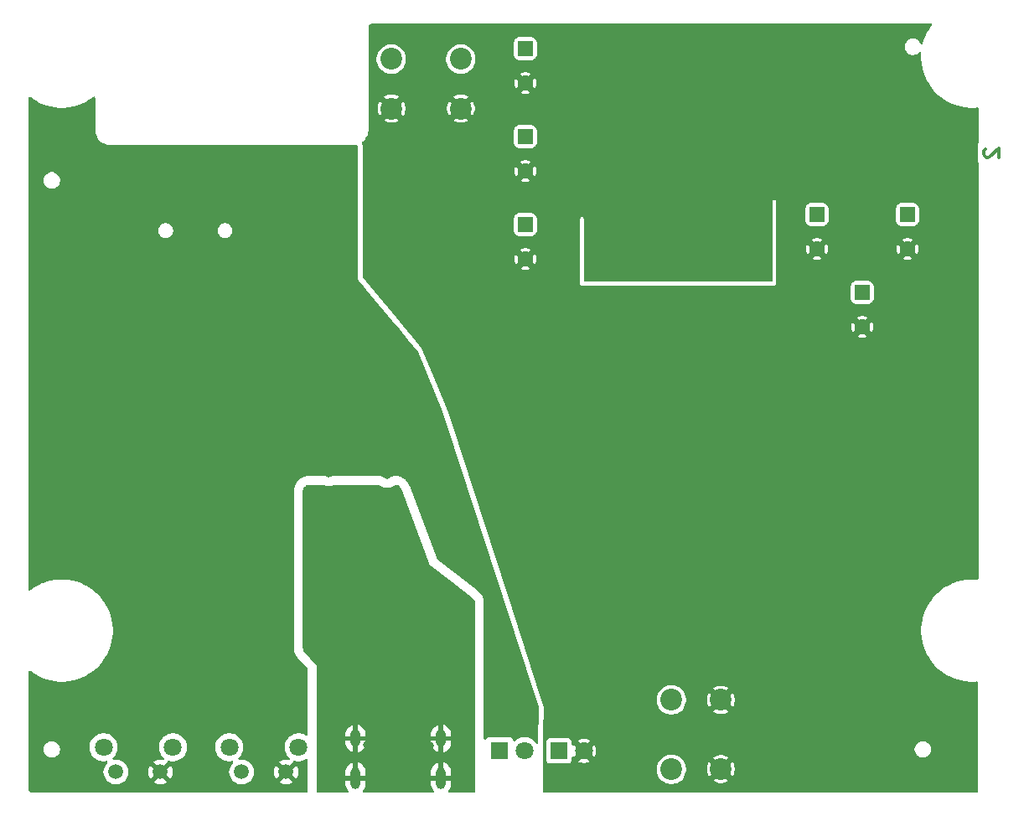
<source format=gbl>
%TF.GenerationSoftware,KiCad,Pcbnew,9.0.4-9.0.4-0~ubuntu24.04.1*%
%TF.CreationDate,2025-10-19T14:58:58-07:00*%
%TF.ProjectId,NX-J401-Adapter,4e582d4a-3430-4312-9d41-646170746572,5*%
%TF.SameCoordinates,Original*%
%TF.FileFunction,Copper,L2,Bot*%
%TF.FilePolarity,Positive*%
%FSLAX46Y46*%
G04 Gerber Fmt 4.6, Leading zero omitted, Abs format (unit mm)*
G04 Created by KiCad (PCBNEW 9.0.4-9.0.4-0~ubuntu24.04.1) date 2025-10-19 14:58:58*
%MOMM*%
%LPD*%
G01*
G04 APERTURE LIST*
G04 Aperture macros list*
%AMRoundRect*
0 Rectangle with rounded corners*
0 $1 Rounding radius*
0 $2 $3 $4 $5 $6 $7 $8 $9 X,Y pos of 4 corners*
0 Add a 4 corners polygon primitive as box body*
4,1,4,$2,$3,$4,$5,$6,$7,$8,$9,$2,$3,0*
0 Add four circle primitives for the rounded corners*
1,1,$1+$1,$2,$3*
1,1,$1+$1,$4,$5*
1,1,$1+$1,$6,$7*
1,1,$1+$1,$8,$9*
0 Add four rect primitives between the rounded corners*
20,1,$1+$1,$2,$3,$4,$5,0*
20,1,$1+$1,$4,$5,$6,$7,0*
20,1,$1+$1,$6,$7,$8,$9,0*
20,1,$1+$1,$8,$9,$2,$3,0*%
G04 Aperture macros list end*
%ADD10C,0.300000*%
%TA.AperFunction,NonConductor*%
%ADD11C,0.300000*%
%TD*%
%TA.AperFunction,ComponentPad*%
%ADD12R,1.800000X1.800000*%
%TD*%
%TA.AperFunction,ComponentPad*%
%ADD13C,1.800000*%
%TD*%
%TA.AperFunction,ComponentPad*%
%ADD14C,2.200000*%
%TD*%
%TA.AperFunction,ComponentPad*%
%ADD15C,1.498600*%
%TD*%
%TA.AperFunction,ComponentPad*%
%ADD16C,1.803400*%
%TD*%
%TA.AperFunction,ComponentPad*%
%ADD17RoundRect,0.250000X-0.550000X0.550000X-0.550000X-0.550000X0.550000X-0.550000X0.550000X0.550000X0*%
%TD*%
%TA.AperFunction,ComponentPad*%
%ADD18C,1.600000*%
%TD*%
%TA.AperFunction,ComponentPad*%
%ADD19O,1.000000X1.800000*%
%TD*%
%TA.AperFunction,ComponentPad*%
%ADD20O,1.000000X2.200000*%
%TD*%
%TA.AperFunction,ViaPad*%
%ADD21C,0.812800*%
%TD*%
G04 APERTURE END LIST*
D10*
D11*
X322293685Y-93320082D02*
X322222257Y-93391510D01*
X322222257Y-93391510D02*
X322150828Y-93534368D01*
X322150828Y-93534368D02*
X322150828Y-93891510D01*
X322150828Y-93891510D02*
X322222257Y-94034368D01*
X322222257Y-94034368D02*
X322293685Y-94105796D01*
X322293685Y-94105796D02*
X322436542Y-94177225D01*
X322436542Y-94177225D02*
X322579400Y-94177225D01*
X322579400Y-94177225D02*
X322793685Y-94105796D01*
X322793685Y-94105796D02*
X323650828Y-93248653D01*
X323650828Y-93248653D02*
X323650828Y-94177225D01*
D12*
%TO.P,D7,1,KA*%
%TO.N,Net-(D7-KA)*%
X279230000Y-154165000D03*
D13*
%TO.P,D7,2,AK*%
%TO.N,GND*%
X281770000Y-154165000D03*
%TD*%
D14*
%TO.P,J1,1,Pin_1*%
%TO.N,+18V*%
X269326000Y-84241000D03*
X262300600Y-84241000D03*
%TO.P,J1,2,Pin_2*%
%TO.N,GND*%
X269326000Y-89241000D03*
X262326000Y-89241000D03*
%TD*%
D15*
%TO.P,SW1,1,1*%
%TO.N,/~{REC}*%
X234478000Y-156285700D03*
%TO.P,SW1,2,2*%
%TO.N,GND1*%
X238978001Y-156285700D03*
D16*
%TO.P,SW1,3*%
%TO.N,N/C*%
X233228001Y-153785824D03*
%TO.P,SW1,4*%
X240228000Y-153785824D03*
%TD*%
D14*
%TO.P,J3,1,Pin_1*%
%TO.N,/V_BAT*%
X290601400Y-149000600D03*
X290601400Y-156026000D03*
%TO.P,J3,2,Pin_2*%
%TO.N,GND*%
X295601400Y-149000600D03*
X295601400Y-156000600D03*
%TD*%
D17*
%TO.P,C3,1*%
%TO.N,/Power Supply/V_IN*%
X305308000Y-99947349D03*
D18*
%TO.P,C3,2*%
%TO.N,GND*%
X305308000Y-103447349D03*
%TD*%
D17*
%TO.P,C5,1*%
%TO.N,+18V*%
X275844000Y-100963349D03*
D18*
%TO.P,C5,2*%
%TO.N,GND*%
X275844000Y-104463349D03*
%TD*%
D12*
%TO.P,D6,1,KA*%
%TO.N,/PC_LED+*%
X273230000Y-154165000D03*
D13*
%TO.P,D6,2,AK*%
%TO.N,/PC_LED-*%
X275770000Y-154165000D03*
%TD*%
D15*
%TO.P,SW2,1,1*%
%TO.N,/~{SYS_RESET}*%
X247178000Y-156285700D03*
%TO.P,SW2,2,2*%
%TO.N,GND1*%
X251678001Y-156285700D03*
D16*
%TO.P,SW2,3*%
%TO.N,N/C*%
X245928001Y-153785824D03*
%TO.P,SW2,4*%
X252928000Y-153785824D03*
%TD*%
D17*
%TO.P,C1,1*%
%TO.N,+18V*%
X275844000Y-83183349D03*
D18*
%TO.P,C1,2*%
%TO.N,GND*%
X275844000Y-86683349D03*
%TD*%
D17*
%TO.P,C2,1*%
%TO.N,+18V*%
X275844000Y-92073349D03*
D18*
%TO.P,C2,2*%
%TO.N,GND*%
X275844000Y-95573349D03*
%TD*%
D19*
%TO.P,J4,S1,SHIELD*%
%TO.N,GND_USB*%
X258680000Y-152903575D03*
D20*
X258680000Y-156903575D03*
D19*
X267320000Y-152903575D03*
D20*
X267320000Y-156903575D03*
%TD*%
D17*
%TO.P,C4,1*%
%TO.N,/Power Supply/V_IN*%
X314452000Y-99947349D03*
D18*
%TO.P,C4,2*%
%TO.N,GND*%
X314452000Y-103447349D03*
%TD*%
D17*
%TO.P,C10,1*%
%TO.N,/Power Supply/V_IN*%
X309880000Y-107821349D03*
D18*
%TO.P,C10,2*%
%TO.N,GND*%
X309880000Y-111321349D03*
%TD*%
D21*
%TO.N,GND*%
X285242000Y-96266000D03*
X303022000Y-150622000D03*
X284327600Y-119278400D03*
X285241982Y-94234000D03*
X305308000Y-148590000D03*
X283438610Y-105359200D03*
X289052000Y-104266998D03*
X305714400Y-83515200D03*
X291605822Y-100813988D03*
X277876000Y-147320000D03*
X285242000Y-95250000D03*
X300736000Y-148590000D03*
X278790400Y-123342400D03*
X305714400Y-94843600D03*
X303022000Y-146812000D03*
X301244000Y-131699000D03*
X294995600Y-105410000D03*
%TO.N,GND_USB*%
X270078200Y-150063200D03*
X265201400Y-141528800D03*
X265226800Y-139496800D03*
X270129000Y-145872200D03*
X256387600Y-150393400D03*
X270078200Y-139827000D03*
X256794000Y-127787400D03*
X259816600Y-153568400D03*
X265201400Y-137210800D03*
X270103600Y-143865600D03*
X257987800Y-139192000D03*
X270103600Y-141833600D03*
X261874000Y-131191000D03*
X266217400Y-153619200D03*
X260553200Y-148386800D03*
%TO.N,GND1*%
X246507000Y-97409000D03*
X244525800Y-105816400D03*
X255981200Y-126085600D03*
X240461800Y-97383600D03*
X261865000Y-126254400D03*
%TD*%
%TA.AperFunction,Conductor*%
%TO.N,GND*%
G36*
X316878806Y-80665185D02*
G01*
X316924561Y-80717989D01*
X316934505Y-80787147D01*
X316906755Y-80849208D01*
X316901481Y-80855493D01*
X316643016Y-81224617D01*
X316643007Y-81224632D01*
X316417703Y-81614869D01*
X316417695Y-81614884D01*
X316227262Y-82023271D01*
X316227259Y-82023277D01*
X316227258Y-82023281D01*
X316162423Y-82201414D01*
X316073132Y-82446736D01*
X316009234Y-82685210D01*
X315972869Y-82744870D01*
X315910022Y-82775399D01*
X315840646Y-82767104D01*
X315786768Y-82722619D01*
X315774898Y-82700569D01*
X315735980Y-82606614D01*
X315735980Y-82606613D01*
X315735979Y-82606611D01*
X315735977Y-82606608D01*
X315735975Y-82606604D01*
X315645091Y-82470587D01*
X315645088Y-82470583D01*
X315529416Y-82354911D01*
X315529412Y-82354908D01*
X315393395Y-82264024D01*
X315393386Y-82264019D01*
X315242248Y-82201416D01*
X315242242Y-82201414D01*
X315081799Y-82169500D01*
X315081797Y-82169500D01*
X314918203Y-82169500D01*
X314918201Y-82169500D01*
X314757757Y-82201414D01*
X314757751Y-82201416D01*
X314606613Y-82264019D01*
X314606604Y-82264024D01*
X314470587Y-82354908D01*
X314470583Y-82354911D01*
X314354911Y-82470583D01*
X314354908Y-82470587D01*
X314264024Y-82606604D01*
X314264019Y-82606613D01*
X314201416Y-82757751D01*
X314201414Y-82757757D01*
X314169500Y-82918200D01*
X314169500Y-82918203D01*
X314169500Y-83081797D01*
X314169500Y-83081799D01*
X314169499Y-83081799D01*
X314201414Y-83242242D01*
X314201416Y-83242248D01*
X314264019Y-83393386D01*
X314264024Y-83393395D01*
X314354908Y-83529412D01*
X314354911Y-83529416D01*
X314470583Y-83645088D01*
X314470587Y-83645091D01*
X314606604Y-83735975D01*
X314606610Y-83735978D01*
X314606611Y-83735979D01*
X314757752Y-83798584D01*
X314757756Y-83798584D01*
X314757757Y-83798585D01*
X314918200Y-83830500D01*
X314918203Y-83830500D01*
X315081799Y-83830500D01*
X315189742Y-83809028D01*
X315242248Y-83798584D01*
X315393389Y-83735979D01*
X315529413Y-83645091D01*
X315640184Y-83534319D01*
X315701505Y-83500836D01*
X315771197Y-83505820D01*
X315827131Y-83547691D01*
X315851548Y-83613155D01*
X315851392Y-83632809D01*
X315838980Y-83774683D01*
X315838980Y-84225313D01*
X315878255Y-84674226D01*
X315878255Y-84674228D01*
X315956503Y-85117991D01*
X315956507Y-85118008D01*
X316073131Y-85553260D01*
X316073134Y-85553270D01*
X316073135Y-85553271D01*
X316227258Y-85976719D01*
X316227261Y-85976726D01*
X316227262Y-85976728D01*
X316417695Y-86385115D01*
X316417703Y-86385130D01*
X316643007Y-86775367D01*
X316643016Y-86775382D01*
X316901484Y-87144512D01*
X317122419Y-87407811D01*
X317191136Y-87489704D01*
X317509776Y-87808344D01*
X317632615Y-87911418D01*
X317854967Y-88097995D01*
X317854973Y-88097999D01*
X317854974Y-88098000D01*
X318224104Y-88356468D01*
X318464634Y-88495338D01*
X318614349Y-88581776D01*
X318614364Y-88581784D01*
X318795869Y-88666420D01*
X319022761Y-88772222D01*
X319446209Y-88926345D01*
X319446215Y-88926346D01*
X319446219Y-88926348D01*
X319564751Y-88958108D01*
X319881479Y-89042975D01*
X320325258Y-89121225D01*
X320774166Y-89160499D01*
X320774167Y-89160500D01*
X320774168Y-89160500D01*
X321224793Y-89160500D01*
X321224793Y-89160499D01*
X321510251Y-89135525D01*
X321578750Y-89149291D01*
X321628933Y-89197907D01*
X321645057Y-89258650D01*
X321655985Y-92617004D01*
X321636519Y-92684107D01*
X321619668Y-92705087D01*
X321612603Y-92712152D01*
X321612603Y-94715450D01*
X321626825Y-94729672D01*
X321660310Y-94790995D01*
X321663143Y-94816950D01*
X321690993Y-103376120D01*
X321690993Y-103376240D01*
X321690994Y-103376242D01*
X321690998Y-103378000D01*
X321690996Y-103379524D01*
X321690996Y-103379683D01*
X321690996Y-103379758D01*
X321614833Y-136738584D01*
X321594995Y-136805578D01*
X321542087Y-136851213D01*
X321480026Y-136861829D01*
X321224796Y-136839500D01*
X321224792Y-136839500D01*
X320774168Y-136839500D01*
X320774167Y-136839500D01*
X320325253Y-136878775D01*
X320325251Y-136878775D01*
X319881488Y-136957023D01*
X319881471Y-136957027D01*
X319446219Y-137073651D01*
X319282614Y-137133199D01*
X319022761Y-137227778D01*
X319022757Y-137227779D01*
X319022751Y-137227782D01*
X318614364Y-137418215D01*
X318614349Y-137418223D01*
X318224112Y-137643527D01*
X318224097Y-137643536D01*
X317854967Y-137902004D01*
X317509773Y-138191658D01*
X317191138Y-138510293D01*
X316901484Y-138855487D01*
X316643016Y-139224617D01*
X316643007Y-139224632D01*
X316417703Y-139614869D01*
X316417695Y-139614884D01*
X316227262Y-140023271D01*
X316073131Y-140446739D01*
X315956507Y-140881991D01*
X315956503Y-140882008D01*
X315878255Y-141325771D01*
X315878255Y-141325773D01*
X315838980Y-141774686D01*
X315838980Y-142225313D01*
X315878255Y-142674226D01*
X315878255Y-142674228D01*
X315956503Y-143117991D01*
X315956507Y-143118008D01*
X316073131Y-143553260D01*
X316073134Y-143553270D01*
X316073135Y-143553271D01*
X316227258Y-143976719D01*
X316227261Y-143976726D01*
X316227262Y-143976728D01*
X316417695Y-144385115D01*
X316417703Y-144385130D01*
X316643007Y-144775367D01*
X316643016Y-144775382D01*
X316901484Y-145144512D01*
X316998557Y-145260198D01*
X317191136Y-145489704D01*
X317509776Y-145808344D01*
X317632615Y-145911418D01*
X317854967Y-146097995D01*
X317854973Y-146097999D01*
X317854974Y-146098000D01*
X318224104Y-146356468D01*
X318445346Y-146484202D01*
X318614349Y-146581776D01*
X318614364Y-146581784D01*
X318717380Y-146629821D01*
X319022761Y-146772222D01*
X319446209Y-146926345D01*
X319446215Y-146926346D01*
X319446219Y-146926348D01*
X319564751Y-146958108D01*
X319881479Y-147042975D01*
X320325258Y-147121225D01*
X320774166Y-147160499D01*
X320774167Y-147160500D01*
X320774168Y-147160500D01*
X321224793Y-147160500D01*
X321224793Y-147160499D01*
X321455998Y-147140271D01*
X321524494Y-147154037D01*
X321574677Y-147202652D01*
X321590802Y-147264082D01*
X321565732Y-158244783D01*
X321545894Y-158311777D01*
X321492986Y-158357412D01*
X321441732Y-158368500D01*
X277627167Y-158368500D01*
X277647160Y-155909403D01*
X289119900Y-155909403D01*
X289119900Y-156142596D01*
X289156380Y-156372920D01*
X289228438Y-156594696D01*
X289228439Y-156594699D01*
X289334310Y-156802478D01*
X289471369Y-156991125D01*
X289471373Y-156991130D01*
X289636269Y-157156026D01*
X289636274Y-157156030D01*
X289800823Y-157275581D01*
X289824925Y-157293092D01*
X289960749Y-157362298D01*
X290032700Y-157398960D01*
X290032703Y-157398961D01*
X290052521Y-157405400D01*
X290254481Y-157471020D01*
X290484803Y-157507500D01*
X290484804Y-157507500D01*
X290717996Y-157507500D01*
X290717997Y-157507500D01*
X290948319Y-157471020D01*
X291170099Y-157398960D01*
X291377875Y-157293092D01*
X291566532Y-157156025D01*
X291731425Y-156991132D01*
X291868492Y-156802475D01*
X291974360Y-156594699D01*
X292046420Y-156372919D01*
X292082900Y-156142597D01*
X292082900Y-155909403D01*
X292079833Y-155890040D01*
X294196600Y-155890040D01*
X294196600Y-156111159D01*
X294231191Y-156329559D01*
X294231191Y-156329562D01*
X294299519Y-156539853D01*
X294399909Y-156736879D01*
X294406723Y-156746260D01*
X294406725Y-156746260D01*
X295057439Y-156095547D01*
X295088882Y-156212892D01*
X295161290Y-156338308D01*
X295263692Y-156440710D01*
X295389108Y-156513118D01*
X295506451Y-156544560D01*
X294855738Y-157195273D01*
X294855738Y-157195274D01*
X294865121Y-157202091D01*
X295062146Y-157302480D01*
X295272438Y-157370808D01*
X295490841Y-157405400D01*
X295711959Y-157405400D01*
X295930359Y-157370808D01*
X295930362Y-157370808D01*
X296140653Y-157302480D01*
X296337672Y-157202094D01*
X296337677Y-157202091D01*
X296347061Y-157195273D01*
X295696349Y-156544560D01*
X295813692Y-156513118D01*
X295939108Y-156440710D01*
X296041510Y-156338308D01*
X296113918Y-156212892D01*
X296145360Y-156095547D01*
X296796073Y-156746260D01*
X296802891Y-156736877D01*
X296802894Y-156736872D01*
X296903280Y-156539853D01*
X296971608Y-156329562D01*
X296971608Y-156329559D01*
X297006200Y-156111159D01*
X297006200Y-155890040D01*
X296971608Y-155671640D01*
X296971608Y-155671637D01*
X296903280Y-155461346D01*
X296802891Y-155264321D01*
X296796073Y-155254938D01*
X296145360Y-155905650D01*
X296113918Y-155788308D01*
X296041510Y-155662892D01*
X295939108Y-155560490D01*
X295813692Y-155488082D01*
X295696348Y-155456639D01*
X296347060Y-154805925D01*
X296347060Y-154805923D01*
X296337679Y-154799109D01*
X296140653Y-154698719D01*
X295930361Y-154630391D01*
X295711959Y-154595800D01*
X295490841Y-154595800D01*
X295272440Y-154630391D01*
X295272437Y-154630391D01*
X295062146Y-154698719D01*
X294865120Y-154799109D01*
X294855738Y-154805925D01*
X295506452Y-155456639D01*
X295389108Y-155488082D01*
X295263692Y-155560490D01*
X295161290Y-155662892D01*
X295088882Y-155788308D01*
X295057439Y-155905652D01*
X294406725Y-155254938D01*
X294399909Y-155264320D01*
X294299519Y-155461346D01*
X294231191Y-155671637D01*
X294231191Y-155671640D01*
X294196600Y-155890040D01*
X292079833Y-155890040D01*
X292046420Y-155679081D01*
X291995512Y-155522400D01*
X291974361Y-155457303D01*
X291974360Y-155457300D01*
X291914659Y-155340132D01*
X291868492Y-155249525D01*
X291814609Y-155175361D01*
X291731430Y-155060874D01*
X291731426Y-155060869D01*
X291566530Y-154895973D01*
X291566525Y-154895969D01*
X291377878Y-154758910D01*
X291377877Y-154758909D01*
X291377875Y-154758908D01*
X291311309Y-154724990D01*
X291170099Y-154653039D01*
X291170096Y-154653038D01*
X290948320Y-154580980D01*
X290833158Y-154562740D01*
X290717997Y-154544500D01*
X290484803Y-154544500D01*
X290408029Y-154556660D01*
X290254479Y-154580980D01*
X290032703Y-154653038D01*
X290032700Y-154653039D01*
X289824921Y-154758910D01*
X289636274Y-154895969D01*
X289636269Y-154895973D01*
X289471373Y-155060869D01*
X289471369Y-155060874D01*
X289334310Y-155249521D01*
X289228439Y-155457300D01*
X289228438Y-155457303D01*
X289156380Y-155679079D01*
X289119900Y-155909403D01*
X277647160Y-155909403D01*
X277668953Y-153228794D01*
X277948500Y-153228794D01*
X277948500Y-155101206D01*
X277959304Y-155175361D01*
X277959304Y-155175362D01*
X277959305Y-155175364D01*
X278015221Y-155289743D01*
X278015223Y-155289746D01*
X278105253Y-155379776D01*
X278105256Y-155379778D01*
X278191777Y-155422075D01*
X278219639Y-155435696D01*
X278293794Y-155446500D01*
X278293800Y-155446500D01*
X280166200Y-155446500D01*
X280166206Y-155446500D01*
X280240361Y-155435696D01*
X280297553Y-155407736D01*
X280354743Y-155379778D01*
X280354746Y-155379776D01*
X280444776Y-155289746D01*
X280444778Y-155289743D01*
X280500695Y-155175363D01*
X280500696Y-155175361D01*
X280504148Y-155151670D01*
X280504181Y-155151441D01*
X280505487Y-155142474D01*
X280511500Y-155101206D01*
X280511500Y-154865351D01*
X280531185Y-154798312D01*
X280583989Y-154752557D01*
X280653147Y-154742613D01*
X280685615Y-154757440D01*
X280722675Y-154763310D01*
X281320000Y-154165986D01*
X281320000Y-154224244D01*
X281350667Y-154338694D01*
X281409910Y-154441306D01*
X281493694Y-154525090D01*
X281596306Y-154584333D01*
X281710756Y-154615000D01*
X281769012Y-154615000D01*
X281171688Y-155212322D01*
X281307520Y-155281533D01*
X281487873Y-155340132D01*
X281675181Y-155369800D01*
X281864819Y-155369800D01*
X282052126Y-155340132D01*
X282232473Y-155281535D01*
X282368310Y-155212322D01*
X281770989Y-154615000D01*
X281829244Y-154615000D01*
X281943694Y-154584333D01*
X282046306Y-154525090D01*
X282130090Y-154441306D01*
X282189333Y-154338694D01*
X282220000Y-154224244D01*
X282220000Y-154165988D01*
X282817322Y-154763310D01*
X282886535Y-154627473D01*
X282945132Y-154447126D01*
X282974800Y-154259818D01*
X282974800Y-154081799D01*
X315169499Y-154081799D01*
X315201414Y-154242242D01*
X315201416Y-154242248D01*
X315264019Y-154393386D01*
X315264024Y-154393395D01*
X315354908Y-154529412D01*
X315354911Y-154529416D01*
X315470583Y-154645088D01*
X315470587Y-154645091D01*
X315606604Y-154735975D01*
X315606610Y-154735978D01*
X315606611Y-154735979D01*
X315757752Y-154798584D01*
X315757756Y-154798584D01*
X315757757Y-154798585D01*
X315918200Y-154830500D01*
X315918203Y-154830500D01*
X316081799Y-154830500D01*
X316189742Y-154809028D01*
X316242248Y-154798584D01*
X316393389Y-154735979D01*
X316529413Y-154645091D01*
X316645091Y-154529413D01*
X316735979Y-154393389D01*
X316798584Y-154242248D01*
X316822611Y-154121457D01*
X316830500Y-154081799D01*
X316830500Y-153918200D01*
X316798585Y-153757757D01*
X316798584Y-153757756D01*
X316798584Y-153757752D01*
X316735979Y-153606611D01*
X316735978Y-153606610D01*
X316735975Y-153606604D01*
X316645091Y-153470587D01*
X316645088Y-153470583D01*
X316529416Y-153354911D01*
X316529412Y-153354908D01*
X316393395Y-153264024D01*
X316393386Y-153264019D01*
X316242248Y-153201416D01*
X316242242Y-153201414D01*
X316081799Y-153169500D01*
X316081797Y-153169500D01*
X315918203Y-153169500D01*
X315918201Y-153169500D01*
X315757757Y-153201414D01*
X315757751Y-153201416D01*
X315606613Y-153264019D01*
X315606604Y-153264024D01*
X315470587Y-153354908D01*
X315470583Y-153354911D01*
X315354911Y-153470583D01*
X315354908Y-153470587D01*
X315264024Y-153606604D01*
X315264019Y-153606613D01*
X315201416Y-153757751D01*
X315201414Y-153757757D01*
X315169500Y-153918200D01*
X315169500Y-153918203D01*
X315169500Y-154081797D01*
X315169500Y-154081799D01*
X315169499Y-154081799D01*
X282974800Y-154081799D01*
X282974800Y-154070181D01*
X282952836Y-153931509D01*
X282945132Y-153882873D01*
X282886533Y-153702520D01*
X282817322Y-153566688D01*
X282220000Y-154164010D01*
X282220000Y-154105756D01*
X282189333Y-153991306D01*
X282130090Y-153888694D01*
X282046306Y-153804910D01*
X281943694Y-153745667D01*
X281829244Y-153715000D01*
X281770988Y-153715000D01*
X282368310Y-153117676D01*
X282232482Y-153048467D01*
X282232479Y-153048466D01*
X282052126Y-152989867D01*
X281864819Y-152960200D01*
X281675181Y-152960200D01*
X281487873Y-152989867D01*
X281307520Y-153048466D01*
X281307517Y-153048467D01*
X281171689Y-153117676D01*
X281769013Y-153715000D01*
X281710756Y-153715000D01*
X281596306Y-153745667D01*
X281493694Y-153804910D01*
X281409910Y-153888694D01*
X281350667Y-153991306D01*
X281320000Y-154105756D01*
X281320000Y-154164013D01*
X280722675Y-153566688D01*
X280699280Y-153570393D01*
X280698010Y-153571739D01*
X280630189Y-153588534D01*
X280564054Y-153565997D01*
X280520603Y-153511281D01*
X280511500Y-153464648D01*
X280511500Y-153228800D01*
X280511500Y-153228799D01*
X280511500Y-153228794D01*
X280500696Y-153154639D01*
X280482626Y-153117676D01*
X280444778Y-153040256D01*
X280444776Y-153040253D01*
X280354746Y-152950223D01*
X280354743Y-152950221D01*
X280240364Y-152894305D01*
X280240362Y-152894304D01*
X280240361Y-152894304D01*
X280166206Y-152883500D01*
X278293794Y-152883500D01*
X278219639Y-152894304D01*
X278219637Y-152894304D01*
X278219635Y-152894305D01*
X278105256Y-152950221D01*
X278105253Y-152950223D01*
X278015223Y-153040253D01*
X278015221Y-153040256D01*
X277959305Y-153154635D01*
X277959304Y-153154637D01*
X277959304Y-153154639D01*
X277948500Y-153228794D01*
X277668953Y-153228794D01*
X277704276Y-148884003D01*
X289119900Y-148884003D01*
X289119900Y-149117196D01*
X289156380Y-149347520D01*
X289228438Y-149569296D01*
X289228439Y-149569299D01*
X289292576Y-149695172D01*
X289313823Y-149736872D01*
X289334310Y-149777078D01*
X289471369Y-149965725D01*
X289471373Y-149965730D01*
X289636269Y-150130626D01*
X289636274Y-150130630D01*
X289734637Y-150202094D01*
X289824925Y-150267692D01*
X289919340Y-150315799D01*
X290032700Y-150373560D01*
X290032703Y-150373561D01*
X290130695Y-150405400D01*
X290254481Y-150445620D01*
X290484803Y-150482100D01*
X290484804Y-150482100D01*
X290717996Y-150482100D01*
X290717997Y-150482100D01*
X290948319Y-150445620D01*
X291170099Y-150373560D01*
X291377875Y-150267692D01*
X291566532Y-150130625D01*
X291731425Y-149965732D01*
X291868492Y-149777075D01*
X291974360Y-149569299D01*
X292046420Y-149347519D01*
X292082900Y-149117197D01*
X292082900Y-148890040D01*
X294196600Y-148890040D01*
X294196600Y-149111159D01*
X294231191Y-149329559D01*
X294231191Y-149329562D01*
X294299519Y-149539853D01*
X294399909Y-149736879D01*
X294406723Y-149746260D01*
X294406725Y-149746260D01*
X295057439Y-149095547D01*
X295088882Y-149212892D01*
X295161290Y-149338308D01*
X295263692Y-149440710D01*
X295389108Y-149513118D01*
X295506451Y-149544560D01*
X294855738Y-150195273D01*
X294855738Y-150195274D01*
X294865121Y-150202091D01*
X295062146Y-150302480D01*
X295272438Y-150370808D01*
X295490841Y-150405400D01*
X295711959Y-150405400D01*
X295930359Y-150370808D01*
X295930362Y-150370808D01*
X296140653Y-150302480D01*
X296337672Y-150202094D01*
X296337677Y-150202091D01*
X296347061Y-150195273D01*
X295696349Y-149544560D01*
X295813692Y-149513118D01*
X295939108Y-149440710D01*
X296041510Y-149338308D01*
X296113918Y-149212892D01*
X296145360Y-149095547D01*
X296796073Y-149746260D01*
X296802891Y-149736877D01*
X296802894Y-149736872D01*
X296903280Y-149539853D01*
X296971608Y-149329562D01*
X296971608Y-149329559D01*
X297006200Y-149111159D01*
X297006200Y-148890040D01*
X296971608Y-148671640D01*
X296971608Y-148671637D01*
X296903280Y-148461346D01*
X296802891Y-148264321D01*
X296796073Y-148254938D01*
X296145360Y-148905650D01*
X296113918Y-148788308D01*
X296041510Y-148662892D01*
X295939108Y-148560490D01*
X295813692Y-148488082D01*
X295696348Y-148456639D01*
X296347060Y-147805925D01*
X296347060Y-147805923D01*
X296337679Y-147799109D01*
X296140653Y-147698719D01*
X295930361Y-147630391D01*
X295711959Y-147595800D01*
X295490841Y-147595800D01*
X295272440Y-147630391D01*
X295272437Y-147630391D01*
X295062146Y-147698719D01*
X294865120Y-147799109D01*
X294855738Y-147805925D01*
X295506452Y-148456639D01*
X295389108Y-148488082D01*
X295263692Y-148560490D01*
X295161290Y-148662892D01*
X295088882Y-148788308D01*
X295057439Y-148905652D01*
X294406725Y-148254938D01*
X294399909Y-148264320D01*
X294299519Y-148461346D01*
X294231191Y-148671637D01*
X294231191Y-148671640D01*
X294196600Y-148890040D01*
X292082900Y-148890040D01*
X292082900Y-148884003D01*
X292046420Y-148653681D01*
X291974360Y-148431901D01*
X291974360Y-148431900D01*
X291937698Y-148359949D01*
X291868492Y-148224125D01*
X291819707Y-148156978D01*
X291731430Y-148035474D01*
X291731426Y-148035469D01*
X291566530Y-147870573D01*
X291566525Y-147870569D01*
X291377878Y-147733510D01*
X291377877Y-147733509D01*
X291377875Y-147733508D01*
X291289684Y-147688572D01*
X291170099Y-147627639D01*
X291170096Y-147627638D01*
X290948320Y-147555580D01*
X290833158Y-147537340D01*
X290717997Y-147519100D01*
X290484803Y-147519100D01*
X290408029Y-147531260D01*
X290254479Y-147555580D01*
X290032703Y-147627638D01*
X290032700Y-147627639D01*
X289824921Y-147733510D01*
X289636274Y-147870569D01*
X289636269Y-147870573D01*
X289471373Y-148035469D01*
X289471369Y-148035474D01*
X289334310Y-148224121D01*
X289228439Y-148431900D01*
X289228438Y-148431903D01*
X289156380Y-148653679D01*
X289119900Y-148884003D01*
X277704276Y-148884003D01*
X277749000Y-143383000D01*
X265430000Y-113538000D01*
X264395783Y-112294321D01*
X309356037Y-112294321D01*
X309455906Y-112345207D01*
X309621295Y-112398945D01*
X309621294Y-112398945D01*
X309793051Y-112426149D01*
X309966949Y-112426149D01*
X310138704Y-112398945D01*
X310304094Y-112345207D01*
X310304101Y-112345204D01*
X310403961Y-112294321D01*
X309880001Y-111770361D01*
X309880000Y-111770361D01*
X309356037Y-112294321D01*
X264395783Y-112294321D01*
X263514374Y-111234399D01*
X308775200Y-111234399D01*
X308775200Y-111408298D01*
X308802403Y-111580053D01*
X308856143Y-111745447D01*
X308907025Y-111845309D01*
X309430987Y-111321349D01*
X309430987Y-111321348D01*
X309378327Y-111268688D01*
X309480000Y-111268688D01*
X309480000Y-111374010D01*
X309507259Y-111475743D01*
X309559920Y-111566955D01*
X309634394Y-111641429D01*
X309725606Y-111694090D01*
X309827339Y-111721349D01*
X309932661Y-111721349D01*
X310034394Y-111694090D01*
X310125606Y-111641429D01*
X310200080Y-111566955D01*
X310252741Y-111475743D01*
X310280000Y-111374010D01*
X310280000Y-111321348D01*
X310329012Y-111321348D01*
X310329012Y-111321349D01*
X310852972Y-111845310D01*
X310903855Y-111745450D01*
X310903858Y-111745443D01*
X310957596Y-111580053D01*
X310984800Y-111408298D01*
X310984800Y-111234399D01*
X310957596Y-111062644D01*
X310903858Y-110897255D01*
X310852972Y-110797386D01*
X310329012Y-111321348D01*
X310280000Y-111321348D01*
X310280000Y-111268688D01*
X310252741Y-111166955D01*
X310200080Y-111075743D01*
X310125606Y-111001269D01*
X310034394Y-110948608D01*
X309932661Y-110921349D01*
X309827339Y-110921349D01*
X309725606Y-110948608D01*
X309634394Y-111001269D01*
X309559920Y-111075743D01*
X309507259Y-111166955D01*
X309480000Y-111268688D01*
X309378327Y-111268688D01*
X308907026Y-110797387D01*
X308856143Y-110897250D01*
X308802403Y-111062644D01*
X308775200Y-111234399D01*
X263514374Y-111234399D01*
X262777575Y-110348375D01*
X309356038Y-110348375D01*
X309880000Y-110872336D01*
X309880001Y-110872336D01*
X310403961Y-110348375D01*
X310304098Y-110297492D01*
X310138704Y-110243752D01*
X310138705Y-110243752D01*
X309966949Y-110216549D01*
X309793051Y-110216549D01*
X309621295Y-110243752D01*
X309455901Y-110297492D01*
X309356038Y-110348375D01*
X262777575Y-110348375D01*
X260165750Y-107207573D01*
X308698500Y-107207573D01*
X308698500Y-108435124D01*
X308701317Y-108470918D01*
X308701319Y-108470929D01*
X308745830Y-108624136D01*
X308745832Y-108624142D01*
X308827049Y-108761473D01*
X308827055Y-108761481D01*
X308939867Y-108874293D01*
X308939871Y-108874296D01*
X308939873Y-108874298D01*
X309077208Y-108955517D01*
X309230426Y-109000031D01*
X309266230Y-109002849D01*
X309266236Y-109002849D01*
X310493764Y-109002849D01*
X310493770Y-109002849D01*
X310529574Y-109000031D01*
X310682792Y-108955517D01*
X310820127Y-108874298D01*
X310932949Y-108761476D01*
X311014168Y-108624141D01*
X311058682Y-108470923D01*
X311061500Y-108435119D01*
X311061500Y-107207579D01*
X311058682Y-107171775D01*
X311014168Y-107018557D01*
X310932949Y-106881222D01*
X310932947Y-106881220D01*
X310932944Y-106881216D01*
X310820132Y-106768404D01*
X310820124Y-106768398D01*
X310682793Y-106687181D01*
X310682787Y-106687179D01*
X310529580Y-106642668D01*
X310529569Y-106642666D01*
X310493775Y-106639849D01*
X310493770Y-106639849D01*
X309266230Y-106639849D01*
X309266224Y-106639849D01*
X309230430Y-106642666D01*
X309230419Y-106642668D01*
X309077212Y-106687179D01*
X309077206Y-106687181D01*
X308939875Y-106768398D01*
X308939867Y-106768404D01*
X308827055Y-106881216D01*
X308827049Y-106881224D01*
X308745832Y-107018555D01*
X308745830Y-107018561D01*
X308701319Y-107171768D01*
X308701317Y-107171779D01*
X308698500Y-107207573D01*
X260165750Y-107207573D01*
X259410200Y-106299000D01*
X259410200Y-105436321D01*
X275320037Y-105436321D01*
X275419906Y-105487207D01*
X275585295Y-105540945D01*
X275585294Y-105540945D01*
X275757051Y-105568149D01*
X275930949Y-105568149D01*
X276102704Y-105540945D01*
X276268094Y-105487207D01*
X276268101Y-105487204D01*
X276367961Y-105436321D01*
X275844001Y-104912361D01*
X275844000Y-104912361D01*
X275320037Y-105436321D01*
X259410200Y-105436321D01*
X259410200Y-104376399D01*
X274739200Y-104376399D01*
X274739200Y-104550298D01*
X274766403Y-104722053D01*
X274820143Y-104887447D01*
X274871025Y-104987309D01*
X275394987Y-104463349D01*
X275394987Y-104463348D01*
X275342327Y-104410688D01*
X275444000Y-104410688D01*
X275444000Y-104516010D01*
X275471259Y-104617743D01*
X275523920Y-104708955D01*
X275598394Y-104783429D01*
X275689606Y-104836090D01*
X275791339Y-104863349D01*
X275896661Y-104863349D01*
X275998394Y-104836090D01*
X276089606Y-104783429D01*
X276164080Y-104708955D01*
X276216741Y-104617743D01*
X276244000Y-104516010D01*
X276244000Y-104463348D01*
X276293012Y-104463348D01*
X276293012Y-104463350D01*
X276816972Y-104987310D01*
X276867855Y-104887450D01*
X276867858Y-104887443D01*
X276921596Y-104722053D01*
X276948800Y-104550298D01*
X276948800Y-104376399D01*
X276921596Y-104204644D01*
X276867858Y-104039255D01*
X276816972Y-103939386D01*
X276293012Y-104463348D01*
X276244000Y-104463348D01*
X276244000Y-104410688D01*
X276216741Y-104308955D01*
X276164080Y-104217743D01*
X276089606Y-104143269D01*
X275998394Y-104090608D01*
X275896661Y-104063349D01*
X275791339Y-104063349D01*
X275689606Y-104090608D01*
X275598394Y-104143269D01*
X275523920Y-104217743D01*
X275471259Y-104308955D01*
X275444000Y-104410688D01*
X275342327Y-104410688D01*
X274871026Y-103939387D01*
X274820143Y-104039250D01*
X274766403Y-104204644D01*
X274739200Y-104376399D01*
X259410200Y-104376399D01*
X259410200Y-103490375D01*
X275320038Y-103490375D01*
X275844000Y-104014336D01*
X275844001Y-104014336D01*
X276367961Y-103490375D01*
X276268098Y-103439492D01*
X276102704Y-103385752D01*
X276102705Y-103385752D01*
X275930949Y-103358549D01*
X275757051Y-103358549D01*
X275585295Y-103385752D01*
X275419901Y-103439492D01*
X275320038Y-103490375D01*
X259410200Y-103490375D01*
X259410200Y-100349573D01*
X274662500Y-100349573D01*
X274662500Y-101577124D01*
X274665317Y-101612918D01*
X274665319Y-101612929D01*
X274709830Y-101766136D01*
X274709832Y-101766142D01*
X274791049Y-101903473D01*
X274791055Y-101903481D01*
X274903867Y-102016293D01*
X274903871Y-102016296D01*
X274903873Y-102016298D01*
X275041208Y-102097517D01*
X275194426Y-102142031D01*
X275230230Y-102144849D01*
X275230236Y-102144849D01*
X276457764Y-102144849D01*
X276457770Y-102144849D01*
X276493574Y-102142031D01*
X276646792Y-102097517D01*
X276784127Y-102016298D01*
X276896949Y-101903476D01*
X276978168Y-101766141D01*
X277022682Y-101612923D01*
X277025500Y-101577119D01*
X277025500Y-100380800D01*
X281368500Y-100380800D01*
X281368500Y-106933999D01*
X281372158Y-106971158D01*
X281372160Y-106971164D01*
X281400605Y-107039837D01*
X281453162Y-107092394D01*
X281453163Y-107092394D01*
X281453164Y-107092395D01*
X281521835Y-107120840D01*
X281521839Y-107120840D01*
X281521841Y-107120841D01*
X281551791Y-107123790D01*
X281559000Y-107124500D01*
X281559001Y-107124500D01*
X300986522Y-107124500D01*
X300986523Y-107124500D01*
X300995466Y-107123619D01*
X301023681Y-107120841D01*
X301023682Y-107120840D01*
X301023688Y-107120840D01*
X301092359Y-107092395D01*
X301144918Y-107039836D01*
X301173363Y-106971165D01*
X301177023Y-106934000D01*
X301174274Y-104420321D01*
X304784037Y-104420321D01*
X304883906Y-104471207D01*
X305049295Y-104524945D01*
X305049294Y-104524945D01*
X305221051Y-104552149D01*
X305394949Y-104552149D01*
X305566704Y-104524945D01*
X305732094Y-104471207D01*
X305732101Y-104471204D01*
X305831961Y-104420321D01*
X313928037Y-104420321D01*
X314027906Y-104471207D01*
X314193295Y-104524945D01*
X314193294Y-104524945D01*
X314365051Y-104552149D01*
X314538949Y-104552149D01*
X314710704Y-104524945D01*
X314876094Y-104471207D01*
X314876101Y-104471204D01*
X314975961Y-104420321D01*
X314452001Y-103896361D01*
X314452000Y-103896361D01*
X313928037Y-104420321D01*
X305831961Y-104420321D01*
X305308001Y-103896361D01*
X305308000Y-103896361D01*
X304784037Y-104420321D01*
X301174274Y-104420321D01*
X301173115Y-103360399D01*
X304203200Y-103360399D01*
X304203200Y-103534298D01*
X304230403Y-103706053D01*
X304284143Y-103871447D01*
X304335025Y-103971309D01*
X304858987Y-103447349D01*
X304858987Y-103447348D01*
X304806327Y-103394688D01*
X304908000Y-103394688D01*
X304908000Y-103500010D01*
X304935259Y-103601743D01*
X304987920Y-103692955D01*
X305062394Y-103767429D01*
X305153606Y-103820090D01*
X305255339Y-103847349D01*
X305360661Y-103847349D01*
X305462394Y-103820090D01*
X305553606Y-103767429D01*
X305628080Y-103692955D01*
X305680741Y-103601743D01*
X305708000Y-103500010D01*
X305708000Y-103447348D01*
X305757012Y-103447348D01*
X305757012Y-103447349D01*
X306280972Y-103971310D01*
X306331855Y-103871450D01*
X306331858Y-103871443D01*
X306385596Y-103706053D01*
X306412800Y-103534298D01*
X306412800Y-103360399D01*
X313347200Y-103360399D01*
X313347200Y-103534298D01*
X313374403Y-103706053D01*
X313428143Y-103871447D01*
X313479025Y-103971309D01*
X314002987Y-103447349D01*
X314002987Y-103447348D01*
X313950327Y-103394688D01*
X314052000Y-103394688D01*
X314052000Y-103500010D01*
X314079259Y-103601743D01*
X314131920Y-103692955D01*
X314206394Y-103767429D01*
X314297606Y-103820090D01*
X314399339Y-103847349D01*
X314504661Y-103847349D01*
X314606394Y-103820090D01*
X314697606Y-103767429D01*
X314772080Y-103692955D01*
X314824741Y-103601743D01*
X314852000Y-103500010D01*
X314852000Y-103447348D01*
X314901012Y-103447348D01*
X314901012Y-103447349D01*
X315424972Y-103971310D01*
X315475855Y-103871450D01*
X315475858Y-103871443D01*
X315529596Y-103706053D01*
X315556800Y-103534298D01*
X315556800Y-103360399D01*
X315529596Y-103188644D01*
X315475858Y-103023255D01*
X315424972Y-102923386D01*
X314901012Y-103447348D01*
X314852000Y-103447348D01*
X314852000Y-103394688D01*
X314824741Y-103292955D01*
X314772080Y-103201743D01*
X314697606Y-103127269D01*
X314606394Y-103074608D01*
X314504661Y-103047349D01*
X314399339Y-103047349D01*
X314297606Y-103074608D01*
X314206394Y-103127269D01*
X314131920Y-103201743D01*
X314079259Y-103292955D01*
X314052000Y-103394688D01*
X313950327Y-103394688D01*
X313479026Y-102923387D01*
X313428143Y-103023250D01*
X313374403Y-103188644D01*
X313347200Y-103360399D01*
X306412800Y-103360399D01*
X306385596Y-103188644D01*
X306331858Y-103023255D01*
X306280972Y-102923386D01*
X305757012Y-103447348D01*
X305708000Y-103447348D01*
X305708000Y-103394688D01*
X305680741Y-103292955D01*
X305628080Y-103201743D01*
X305553606Y-103127269D01*
X305462394Y-103074608D01*
X305360661Y-103047349D01*
X305255339Y-103047349D01*
X305153606Y-103074608D01*
X305062394Y-103127269D01*
X304987920Y-103201743D01*
X304935259Y-103292955D01*
X304908000Y-103394688D01*
X304806327Y-103394688D01*
X304335026Y-102923387D01*
X304284143Y-103023250D01*
X304230403Y-103188644D01*
X304203200Y-103360399D01*
X301173115Y-103360399D01*
X301172146Y-102474375D01*
X304784038Y-102474375D01*
X305308000Y-102998336D01*
X305308001Y-102998336D01*
X305831961Y-102474375D01*
X313928038Y-102474375D01*
X314452000Y-102998336D01*
X314452001Y-102998336D01*
X314975961Y-102474375D01*
X314876098Y-102423492D01*
X314710704Y-102369752D01*
X314710705Y-102369752D01*
X314538949Y-102342549D01*
X314365051Y-102342549D01*
X314193295Y-102369752D01*
X314027901Y-102423492D01*
X313928038Y-102474375D01*
X305831961Y-102474375D01*
X305732098Y-102423492D01*
X305566704Y-102369752D01*
X305566705Y-102369752D01*
X305394949Y-102342549D01*
X305221051Y-102342549D01*
X305049295Y-102369752D01*
X304883901Y-102423492D01*
X304784038Y-102474375D01*
X301172146Y-102474375D01*
X301169201Y-99781849D01*
X301168711Y-99333573D01*
X304126500Y-99333573D01*
X304126500Y-100561124D01*
X304129317Y-100596918D01*
X304129319Y-100596929D01*
X304173830Y-100750136D01*
X304173832Y-100750142D01*
X304255049Y-100887473D01*
X304255055Y-100887481D01*
X304367867Y-101000293D01*
X304367871Y-101000296D01*
X304367873Y-101000298D01*
X304505208Y-101081517D01*
X304658426Y-101126031D01*
X304694230Y-101128849D01*
X304694236Y-101128849D01*
X305921764Y-101128849D01*
X305921770Y-101128849D01*
X305957574Y-101126031D01*
X306110792Y-101081517D01*
X306248127Y-101000298D01*
X306360949Y-100887476D01*
X306442168Y-100750141D01*
X306486682Y-100596923D01*
X306489500Y-100561119D01*
X306489500Y-99333579D01*
X306489500Y-99333573D01*
X313270500Y-99333573D01*
X313270500Y-100561124D01*
X313273317Y-100596918D01*
X313273319Y-100596929D01*
X313317830Y-100750136D01*
X313317832Y-100750142D01*
X313399049Y-100887473D01*
X313399055Y-100887481D01*
X313511867Y-101000293D01*
X313511871Y-101000296D01*
X313511873Y-101000298D01*
X313649208Y-101081517D01*
X313802426Y-101126031D01*
X313838230Y-101128849D01*
X313838236Y-101128849D01*
X315065764Y-101128849D01*
X315065770Y-101128849D01*
X315101574Y-101126031D01*
X315254792Y-101081517D01*
X315392127Y-101000298D01*
X315504949Y-100887476D01*
X315586168Y-100750141D01*
X315630682Y-100596923D01*
X315633500Y-100561119D01*
X315633500Y-99333579D01*
X315630682Y-99297775D01*
X315586168Y-99144557D01*
X315504949Y-99007222D01*
X315504947Y-99007220D01*
X315504944Y-99007216D01*
X315392132Y-98894404D01*
X315392124Y-98894398D01*
X315254793Y-98813181D01*
X315254787Y-98813179D01*
X315101580Y-98768668D01*
X315101569Y-98768666D01*
X315065775Y-98765849D01*
X315065770Y-98765849D01*
X313838230Y-98765849D01*
X313838224Y-98765849D01*
X313802430Y-98768666D01*
X313802419Y-98768668D01*
X313649212Y-98813179D01*
X313649206Y-98813181D01*
X313511875Y-98894398D01*
X313511867Y-98894404D01*
X313399055Y-99007216D01*
X313399049Y-99007224D01*
X313317832Y-99144555D01*
X313317830Y-99144561D01*
X313273319Y-99297768D01*
X313273317Y-99297779D01*
X313270500Y-99333573D01*
X306489500Y-99333573D01*
X306486682Y-99297775D01*
X306442168Y-99144557D01*
X306360949Y-99007222D01*
X306360947Y-99007220D01*
X306360944Y-99007216D01*
X306248132Y-98894404D01*
X306248124Y-98894398D01*
X306110793Y-98813181D01*
X306110787Y-98813179D01*
X305957580Y-98768668D01*
X305957569Y-98768666D01*
X305921775Y-98765849D01*
X305921770Y-98765849D01*
X304694230Y-98765849D01*
X304694224Y-98765849D01*
X304658430Y-98768666D01*
X304658419Y-98768668D01*
X304505212Y-98813179D01*
X304505206Y-98813181D01*
X304367875Y-98894398D01*
X304367867Y-98894404D01*
X304255055Y-99007216D01*
X304255049Y-99007224D01*
X304173832Y-99144555D01*
X304173830Y-99144561D01*
X304129319Y-99297768D01*
X304129317Y-99297779D01*
X304126500Y-99333573D01*
X301168711Y-99333573D01*
X301168708Y-99331280D01*
X301167800Y-98501200D01*
X300796023Y-98501200D01*
X300796023Y-106619500D01*
X300776338Y-106686539D01*
X300723534Y-106732294D01*
X300672023Y-106743500D01*
X281873500Y-106743500D01*
X281806461Y-106723815D01*
X281760706Y-106671011D01*
X281749500Y-106619500D01*
X281749500Y-100380800D01*
X281745841Y-100343641D01*
X281745840Y-100343639D01*
X281745840Y-100343635D01*
X281717395Y-100274964D01*
X281717394Y-100274963D01*
X281717394Y-100274962D01*
X281664838Y-100222406D01*
X281596165Y-100193960D01*
X281521835Y-100193960D01*
X281521834Y-100193960D01*
X281453161Y-100222406D01*
X281400605Y-100274962D01*
X281372160Y-100343635D01*
X281372158Y-100343641D01*
X281368500Y-100380800D01*
X277025500Y-100380800D01*
X277025500Y-100349579D01*
X277022682Y-100313775D01*
X276978168Y-100160557D01*
X276896949Y-100023222D01*
X276896947Y-100023220D01*
X276896944Y-100023216D01*
X276784132Y-99910404D01*
X276784124Y-99910398D01*
X276646793Y-99829181D01*
X276646787Y-99829179D01*
X276493580Y-99784668D01*
X276493569Y-99784666D01*
X276457775Y-99781849D01*
X276457770Y-99781849D01*
X275230230Y-99781849D01*
X275230224Y-99781849D01*
X275194430Y-99784666D01*
X275194419Y-99784668D01*
X275041212Y-99829179D01*
X275041206Y-99829181D01*
X274903875Y-99910398D01*
X274903867Y-99910404D01*
X274791055Y-100023216D01*
X274791049Y-100023224D01*
X274709832Y-100160555D01*
X274709830Y-100160561D01*
X274665319Y-100313768D01*
X274665317Y-100313779D01*
X274662500Y-100349573D01*
X259410200Y-100349573D01*
X259410200Y-96546321D01*
X275320037Y-96546321D01*
X275419906Y-96597207D01*
X275585295Y-96650945D01*
X275585294Y-96650945D01*
X275757051Y-96678149D01*
X275930949Y-96678149D01*
X276102704Y-96650945D01*
X276268094Y-96597207D01*
X276268101Y-96597204D01*
X276367961Y-96546321D01*
X275844001Y-96022361D01*
X275844000Y-96022361D01*
X275320037Y-96546321D01*
X259410200Y-96546321D01*
X259410200Y-95486399D01*
X274739200Y-95486399D01*
X274739200Y-95660298D01*
X274766403Y-95832053D01*
X274820143Y-95997447D01*
X274871025Y-96097309D01*
X275394987Y-95573349D01*
X275394987Y-95573348D01*
X275342327Y-95520688D01*
X275444000Y-95520688D01*
X275444000Y-95626010D01*
X275471259Y-95727743D01*
X275523920Y-95818955D01*
X275598394Y-95893429D01*
X275689606Y-95946090D01*
X275791339Y-95973349D01*
X275896661Y-95973349D01*
X275998394Y-95946090D01*
X276089606Y-95893429D01*
X276164080Y-95818955D01*
X276216741Y-95727743D01*
X276244000Y-95626010D01*
X276244000Y-95573348D01*
X276293012Y-95573348D01*
X276293012Y-95573350D01*
X276816972Y-96097310D01*
X276867855Y-95997450D01*
X276867858Y-95997443D01*
X276921596Y-95832053D01*
X276948800Y-95660298D01*
X276948800Y-95486399D01*
X276921596Y-95314644D01*
X276867858Y-95149255D01*
X276816972Y-95049386D01*
X276293012Y-95573348D01*
X276244000Y-95573348D01*
X276244000Y-95520688D01*
X276216741Y-95418955D01*
X276164080Y-95327743D01*
X276089606Y-95253269D01*
X275998394Y-95200608D01*
X275896661Y-95173349D01*
X275791339Y-95173349D01*
X275689606Y-95200608D01*
X275598394Y-95253269D01*
X275523920Y-95327743D01*
X275471259Y-95418955D01*
X275444000Y-95520688D01*
X275342327Y-95520688D01*
X274871026Y-95049387D01*
X274820143Y-95149250D01*
X274766403Y-95314644D01*
X274739200Y-95486399D01*
X259410200Y-95486399D01*
X259410200Y-94600375D01*
X275320038Y-94600375D01*
X275844000Y-95124336D01*
X275844001Y-95124336D01*
X276367961Y-94600375D01*
X276268098Y-94549492D01*
X276102704Y-94495752D01*
X276102705Y-94495752D01*
X275930949Y-94468549D01*
X275757051Y-94468549D01*
X275585295Y-94495752D01*
X275419901Y-94549492D01*
X275320038Y-94600375D01*
X259410200Y-94600375D01*
X259410200Y-92566553D01*
X259518827Y-92472427D01*
X259672030Y-92295622D01*
X259798511Y-92098814D01*
X259798514Y-92098806D01*
X259798517Y-92098802D01*
X259895694Y-91886014D01*
X259895694Y-91886012D01*
X259895696Y-91886009D01*
X259961606Y-91661539D01*
X259990644Y-91459573D01*
X274662500Y-91459573D01*
X274662500Y-92687124D01*
X274665317Y-92722918D01*
X274665319Y-92722929D01*
X274709830Y-92876136D01*
X274709832Y-92876142D01*
X274791049Y-93013473D01*
X274791055Y-93013481D01*
X274903867Y-93126293D01*
X274903871Y-93126296D01*
X274903873Y-93126298D01*
X275041208Y-93207517D01*
X275194426Y-93252031D01*
X275230230Y-93254849D01*
X275230236Y-93254849D01*
X276457764Y-93254849D01*
X276457770Y-93254849D01*
X276493574Y-93252031D01*
X276646792Y-93207517D01*
X276784127Y-93126298D01*
X276896949Y-93013476D01*
X276978168Y-92876141D01*
X277022682Y-92722923D01*
X277025500Y-92687119D01*
X277025500Y-91459579D01*
X277022682Y-91423775D01*
X276978168Y-91270557D01*
X276896949Y-91133222D01*
X276896947Y-91133220D01*
X276896944Y-91133216D01*
X276784132Y-91020404D01*
X276784124Y-91020398D01*
X276646793Y-90939181D01*
X276646787Y-90939179D01*
X276493580Y-90894668D01*
X276493569Y-90894666D01*
X276457775Y-90891849D01*
X276457770Y-90891849D01*
X275230230Y-90891849D01*
X275230224Y-90891849D01*
X275194430Y-90894666D01*
X275194419Y-90894668D01*
X275041212Y-90939179D01*
X275041206Y-90939181D01*
X274903875Y-91020398D01*
X274903867Y-91020404D01*
X274791055Y-91133216D01*
X274791049Y-91133224D01*
X274709832Y-91270555D01*
X274709830Y-91270561D01*
X274665319Y-91423768D01*
X274665317Y-91423779D01*
X274662500Y-91459573D01*
X259990644Y-91459573D01*
X259994900Y-91429973D01*
X259994900Y-91313000D01*
X259994900Y-91241396D01*
X259994900Y-89130440D01*
X260921200Y-89130440D01*
X260921200Y-89351559D01*
X260955791Y-89569959D01*
X260955791Y-89569962D01*
X261024119Y-89780253D01*
X261124509Y-89977279D01*
X261131323Y-89986660D01*
X261131325Y-89986660D01*
X261782039Y-89335947D01*
X261813482Y-89453292D01*
X261885890Y-89578708D01*
X261988292Y-89681110D01*
X262113708Y-89753518D01*
X262231051Y-89784960D01*
X261580338Y-90435673D01*
X261580338Y-90435674D01*
X261589721Y-90442491D01*
X261786746Y-90542880D01*
X261997038Y-90611208D01*
X262215441Y-90645800D01*
X262436559Y-90645800D01*
X262654959Y-90611208D01*
X262654962Y-90611208D01*
X262865253Y-90542880D01*
X263062272Y-90442494D01*
X263062277Y-90442491D01*
X263071661Y-90435673D01*
X262420949Y-89784960D01*
X262538292Y-89753518D01*
X262663708Y-89681110D01*
X262766110Y-89578708D01*
X262838518Y-89453292D01*
X262869960Y-89335948D01*
X263520673Y-89986660D01*
X263527491Y-89977277D01*
X263527494Y-89977272D01*
X263627880Y-89780253D01*
X263696208Y-89569962D01*
X263696208Y-89569959D01*
X263730800Y-89351559D01*
X263730800Y-89130440D01*
X267921200Y-89130440D01*
X267921200Y-89351559D01*
X267955791Y-89569959D01*
X267955791Y-89569962D01*
X268024119Y-89780253D01*
X268124509Y-89977279D01*
X268131323Y-89986660D01*
X268131325Y-89986660D01*
X268782039Y-89335947D01*
X268813482Y-89453292D01*
X268885890Y-89578708D01*
X268988292Y-89681110D01*
X269113708Y-89753518D01*
X269231051Y-89784960D01*
X268580338Y-90435673D01*
X268580338Y-90435674D01*
X268589721Y-90442491D01*
X268786746Y-90542880D01*
X268997038Y-90611208D01*
X269215441Y-90645800D01*
X269436559Y-90645800D01*
X269654959Y-90611208D01*
X269654962Y-90611208D01*
X269865253Y-90542880D01*
X270062272Y-90442494D01*
X270062277Y-90442491D01*
X270071661Y-90435673D01*
X269420949Y-89784960D01*
X269538292Y-89753518D01*
X269663708Y-89681110D01*
X269766110Y-89578708D01*
X269838518Y-89453292D01*
X269869960Y-89335948D01*
X270520673Y-89986660D01*
X270527491Y-89977277D01*
X270527494Y-89977272D01*
X270627880Y-89780253D01*
X270696208Y-89569962D01*
X270696208Y-89569959D01*
X270730800Y-89351559D01*
X270730800Y-89130440D01*
X270696208Y-88912040D01*
X270696208Y-88912037D01*
X270627880Y-88701746D01*
X270527491Y-88504721D01*
X270520673Y-88495338D01*
X269869960Y-89146051D01*
X269838518Y-89028708D01*
X269766110Y-88903292D01*
X269663708Y-88800890D01*
X269538292Y-88728482D01*
X269420948Y-88697039D01*
X270071660Y-88046325D01*
X270071660Y-88046323D01*
X270062279Y-88039509D01*
X269865253Y-87939119D01*
X269654961Y-87870791D01*
X269436559Y-87836200D01*
X269215441Y-87836200D01*
X268997040Y-87870791D01*
X268997037Y-87870791D01*
X268786746Y-87939119D01*
X268589720Y-88039509D01*
X268580338Y-88046325D01*
X269231052Y-88697039D01*
X269113708Y-88728482D01*
X268988292Y-88800890D01*
X268885890Y-88903292D01*
X268813482Y-89028708D01*
X268782039Y-89146052D01*
X268131325Y-88495338D01*
X268124509Y-88504720D01*
X268024119Y-88701746D01*
X267955791Y-88912037D01*
X267955791Y-88912040D01*
X267921200Y-89130440D01*
X263730800Y-89130440D01*
X263696208Y-88912040D01*
X263696208Y-88912037D01*
X263627880Y-88701746D01*
X263527491Y-88504721D01*
X263520673Y-88495338D01*
X262869960Y-89146051D01*
X262838518Y-89028708D01*
X262766110Y-88903292D01*
X262663708Y-88800890D01*
X262538292Y-88728482D01*
X262420948Y-88697039D01*
X263071660Y-88046325D01*
X263071660Y-88046323D01*
X263062279Y-88039509D01*
X262865253Y-87939119D01*
X262654961Y-87870791D01*
X262436559Y-87836200D01*
X262215441Y-87836200D01*
X261997040Y-87870791D01*
X261997037Y-87870791D01*
X261786746Y-87939119D01*
X261589720Y-88039509D01*
X261580338Y-88046325D01*
X262231052Y-88697039D01*
X262113708Y-88728482D01*
X261988292Y-88800890D01*
X261885890Y-88903292D01*
X261813482Y-89028708D01*
X261782039Y-89146052D01*
X261131325Y-88495338D01*
X261124509Y-88504720D01*
X261024119Y-88701746D01*
X260955791Y-88912037D01*
X260955791Y-88912040D01*
X260921200Y-89130440D01*
X259994900Y-89130440D01*
X259994900Y-87656321D01*
X275320037Y-87656321D01*
X275419906Y-87707207D01*
X275585295Y-87760945D01*
X275585294Y-87760945D01*
X275757051Y-87788149D01*
X275930949Y-87788149D01*
X276102704Y-87760945D01*
X276268094Y-87707207D01*
X276268101Y-87707204D01*
X276367961Y-87656321D01*
X275844001Y-87132361D01*
X275844000Y-87132361D01*
X275320037Y-87656321D01*
X259994900Y-87656321D01*
X259994900Y-86596399D01*
X274739200Y-86596399D01*
X274739200Y-86770298D01*
X274766403Y-86942053D01*
X274820143Y-87107447D01*
X274871025Y-87207309D01*
X275394987Y-86683349D01*
X275394987Y-86683348D01*
X275342327Y-86630688D01*
X275444000Y-86630688D01*
X275444000Y-86736010D01*
X275471259Y-86837743D01*
X275523920Y-86928955D01*
X275598394Y-87003429D01*
X275689606Y-87056090D01*
X275791339Y-87083349D01*
X275896661Y-87083349D01*
X275998394Y-87056090D01*
X276089606Y-87003429D01*
X276164080Y-86928955D01*
X276216741Y-86837743D01*
X276244000Y-86736010D01*
X276244000Y-86683348D01*
X276293012Y-86683348D01*
X276293012Y-86683350D01*
X276816972Y-87207310D01*
X276867855Y-87107450D01*
X276867858Y-87107443D01*
X276921596Y-86942053D01*
X276948800Y-86770298D01*
X276948800Y-86596399D01*
X276921596Y-86424644D01*
X276867858Y-86259255D01*
X276816972Y-86159386D01*
X276293012Y-86683348D01*
X276244000Y-86683348D01*
X276244000Y-86630688D01*
X276216741Y-86528955D01*
X276164080Y-86437743D01*
X276089606Y-86363269D01*
X275998394Y-86310608D01*
X275896661Y-86283349D01*
X275791339Y-86283349D01*
X275689606Y-86310608D01*
X275598394Y-86363269D01*
X275523920Y-86437743D01*
X275471259Y-86528955D01*
X275444000Y-86630688D01*
X275342327Y-86630688D01*
X274871026Y-86159387D01*
X274820143Y-86259250D01*
X274766403Y-86424644D01*
X274739200Y-86596399D01*
X259994900Y-86596399D01*
X259994900Y-84124403D01*
X260819100Y-84124403D01*
X260819100Y-84357597D01*
X260820249Y-84364849D01*
X260855580Y-84587920D01*
X260927638Y-84809696D01*
X260927639Y-84809699D01*
X261033510Y-85017478D01*
X261170569Y-85206125D01*
X261170573Y-85206130D01*
X261335469Y-85371026D01*
X261335474Y-85371030D01*
X261500023Y-85490581D01*
X261524125Y-85508092D01*
X261659949Y-85577298D01*
X261731900Y-85613960D01*
X261731903Y-85613961D01*
X261798038Y-85635449D01*
X261953681Y-85686020D01*
X262184003Y-85722500D01*
X262184004Y-85722500D01*
X262417196Y-85722500D01*
X262417197Y-85722500D01*
X262647519Y-85686020D01*
X262869299Y-85613960D01*
X263077075Y-85508092D01*
X263265732Y-85371025D01*
X263430625Y-85206132D01*
X263567692Y-85017475D01*
X263673560Y-84809699D01*
X263745620Y-84587919D01*
X263782100Y-84357597D01*
X263782100Y-84124403D01*
X267844500Y-84124403D01*
X267844500Y-84357597D01*
X267845649Y-84364849D01*
X267880980Y-84587920D01*
X267953038Y-84809696D01*
X267953039Y-84809699D01*
X268058910Y-85017478D01*
X268195969Y-85206125D01*
X268195973Y-85206130D01*
X268360869Y-85371026D01*
X268360874Y-85371030D01*
X268525423Y-85490581D01*
X268549525Y-85508092D01*
X268685349Y-85577298D01*
X268757300Y-85613960D01*
X268757303Y-85613961D01*
X268823438Y-85635449D01*
X268979081Y-85686020D01*
X269209403Y-85722500D01*
X269209404Y-85722500D01*
X269442596Y-85722500D01*
X269442597Y-85722500D01*
X269519150Y-85710375D01*
X275320038Y-85710375D01*
X275844000Y-86234336D01*
X275844001Y-86234336D01*
X276367961Y-85710375D01*
X276268098Y-85659492D01*
X276102704Y-85605752D01*
X276102705Y-85605752D01*
X275930949Y-85578549D01*
X275757051Y-85578549D01*
X275585295Y-85605752D01*
X275419901Y-85659492D01*
X275320038Y-85710375D01*
X269519150Y-85710375D01*
X269672919Y-85686020D01*
X269778851Y-85651600D01*
X269828563Y-85635449D01*
X269894696Y-85613961D01*
X269894699Y-85613960D01*
X269910808Y-85605752D01*
X270102475Y-85508092D01*
X270291132Y-85371025D01*
X270456025Y-85206132D01*
X270593092Y-85017475D01*
X270698960Y-84809699D01*
X270771020Y-84587919D01*
X270807500Y-84357597D01*
X270807500Y-84124403D01*
X270771020Y-83894081D01*
X270732226Y-83774683D01*
X270698961Y-83672303D01*
X270698960Y-83672300D01*
X270662298Y-83600349D01*
X270593092Y-83464525D01*
X270492287Y-83325778D01*
X270456030Y-83275874D01*
X270456026Y-83275869D01*
X270291130Y-83110973D01*
X270291125Y-83110969D01*
X270102478Y-82973910D01*
X270102477Y-82973909D01*
X270102475Y-82973908D01*
X269993143Y-82918200D01*
X269894699Y-82868039D01*
X269894696Y-82868038D01*
X269672920Y-82795980D01*
X269542978Y-82775399D01*
X269442597Y-82759500D01*
X269209403Y-82759500D01*
X269161394Y-82767104D01*
X268979079Y-82795980D01*
X268757303Y-82868038D01*
X268757300Y-82868039D01*
X268549521Y-82973910D01*
X268360874Y-83110969D01*
X268360869Y-83110973D01*
X268195973Y-83275869D01*
X268195969Y-83275874D01*
X268058910Y-83464521D01*
X267953039Y-83672300D01*
X267953038Y-83672303D01*
X267880980Y-83894079D01*
X267866399Y-83986141D01*
X267844500Y-84124403D01*
X263782100Y-84124403D01*
X263745620Y-83894081D01*
X263706826Y-83774683D01*
X263673561Y-83672303D01*
X263673560Y-83672300D01*
X263636898Y-83600349D01*
X263567692Y-83464525D01*
X263466887Y-83325778D01*
X263430630Y-83275874D01*
X263430626Y-83275869D01*
X263265730Y-83110973D01*
X263265725Y-83110969D01*
X263077078Y-82973910D01*
X263077077Y-82973909D01*
X263077075Y-82973908D01*
X262967743Y-82918200D01*
X262869299Y-82868039D01*
X262869296Y-82868038D01*
X262647520Y-82795980D01*
X262517578Y-82775399D01*
X262417197Y-82759500D01*
X262184003Y-82759500D01*
X262135994Y-82767104D01*
X261953679Y-82795980D01*
X261731903Y-82868038D01*
X261731900Y-82868039D01*
X261524121Y-82973910D01*
X261335474Y-83110969D01*
X261335469Y-83110973D01*
X261170573Y-83275869D01*
X261170569Y-83275874D01*
X261033510Y-83464521D01*
X260927639Y-83672300D01*
X260927638Y-83672303D01*
X260855580Y-83894079D01*
X260840999Y-83986141D01*
X260819100Y-84124403D01*
X259994900Y-84124403D01*
X259994900Y-82569573D01*
X274662500Y-82569573D01*
X274662500Y-83797124D01*
X274665317Y-83832918D01*
X274665319Y-83832929D01*
X274709830Y-83986136D01*
X274709832Y-83986142D01*
X274791049Y-84123473D01*
X274791055Y-84123481D01*
X274903867Y-84236293D01*
X274903871Y-84236296D01*
X274903873Y-84236298D01*
X275041208Y-84317517D01*
X275194426Y-84362031D01*
X275230230Y-84364849D01*
X275230236Y-84364849D01*
X276457764Y-84364849D01*
X276457770Y-84364849D01*
X276493574Y-84362031D01*
X276646792Y-84317517D01*
X276784127Y-84236298D01*
X276896949Y-84123476D01*
X276978168Y-83986141D01*
X277022682Y-83832923D01*
X277025500Y-83797119D01*
X277025500Y-82569579D01*
X277022682Y-82533775D01*
X276978168Y-82380557D01*
X276896949Y-82243222D01*
X276896947Y-82243220D01*
X276896944Y-82243216D01*
X276784132Y-82130404D01*
X276784124Y-82130398D01*
X276646793Y-82049181D01*
X276646787Y-82049179D01*
X276493580Y-82004668D01*
X276493569Y-82004666D01*
X276457775Y-82001849D01*
X276457770Y-82001849D01*
X275230230Y-82001849D01*
X275230224Y-82001849D01*
X275194430Y-82004666D01*
X275194419Y-82004668D01*
X275041212Y-82049179D01*
X275041206Y-82049181D01*
X274903875Y-82130398D01*
X274903867Y-82130404D01*
X274791055Y-82243216D01*
X274791049Y-82243224D01*
X274709832Y-82380555D01*
X274709830Y-82380561D01*
X274665319Y-82533768D01*
X274665317Y-82533779D01*
X274662500Y-82569573D01*
X259994900Y-82569573D01*
X259994900Y-81018125D01*
X259995961Y-81001940D01*
X260005189Y-80931846D01*
X260013567Y-80900579D01*
X260032242Y-80855493D01*
X260037486Y-80842831D01*
X260053668Y-80814802D01*
X260091723Y-80765209D01*
X260114610Y-80742323D01*
X260146322Y-80717989D01*
X260164202Y-80704268D01*
X260192231Y-80688086D01*
X260249979Y-80664167D01*
X260281245Y-80655789D01*
X260351341Y-80646561D01*
X260367526Y-80645500D01*
X260431004Y-80645500D01*
X316811767Y-80645500D01*
X316878806Y-80665185D01*
G37*
%TD.AperFunction*%
%TD*%
%TA.AperFunction,Conductor*%
%TO.N,GND1*%
G36*
X232313393Y-88050911D02*
G01*
X232365465Y-88097498D01*
X232384100Y-88162875D01*
X232384100Y-91429971D01*
X232417393Y-91661537D01*
X232483305Y-91886014D01*
X232580482Y-92098802D01*
X232580491Y-92098818D01*
X232706969Y-92295621D01*
X232860172Y-92472427D01*
X233036978Y-92625630D01*
X233233781Y-92752108D01*
X233233797Y-92752117D01*
X233446585Y-92849294D01*
X233446589Y-92849295D01*
X233446591Y-92849296D01*
X233671061Y-92915206D01*
X233902627Y-92948500D01*
X233902630Y-92948500D01*
X258476370Y-92948500D01*
X258476373Y-92948500D01*
X258707939Y-92915206D01*
X258737766Y-92906448D01*
X258807634Y-92906448D01*
X258866412Y-92944221D01*
X258895438Y-93007777D01*
X258896700Y-93025425D01*
X258896700Y-106299015D01*
X258900547Y-106361746D01*
X258900548Y-106361750D01*
X258938870Y-106502789D01*
X258938873Y-106502796D01*
X259015376Y-106627323D01*
X259536965Y-107254551D01*
X259770928Y-107535899D01*
X262382753Y-110676701D01*
X263119552Y-111562725D01*
X264000961Y-112622647D01*
X264973106Y-113791682D01*
X264992384Y-113823655D01*
X267470584Y-119827543D01*
X267473909Y-119836580D01*
X277177434Y-149739278D01*
X277183485Y-149778560D01*
X277155470Y-153224619D01*
X277155470Y-153224621D01*
X277154903Y-153294256D01*
X277134673Y-153361133D01*
X277081498Y-153406456D01*
X277012261Y-153415836D01*
X276948944Y-153386295D01*
X276930593Y-153366136D01*
X276844343Y-153247424D01*
X276687576Y-153090657D01*
X276508215Y-152960343D01*
X276470129Y-152940937D01*
X276310680Y-152859693D01*
X276099824Y-152791182D01*
X275880851Y-152756500D01*
X275659149Y-152756500D01*
X275549662Y-152773841D01*
X275440175Y-152791182D01*
X275229319Y-152859693D01*
X275031784Y-152960343D01*
X274956215Y-153015248D01*
X274852424Y-153090657D01*
X274852422Y-153090659D01*
X274852420Y-153090660D01*
X274810608Y-153132472D01*
X274749285Y-153165957D01*
X274679593Y-153160971D01*
X274623660Y-153119099D01*
X274606748Y-153088128D01*
X274580889Y-153018796D01*
X274493261Y-152901739D01*
X274376204Y-152814111D01*
X274314730Y-152791182D01*
X274239203Y-152763011D01*
X274178654Y-152756500D01*
X274178638Y-152756500D01*
X272281362Y-152756500D01*
X272281345Y-152756500D01*
X272220797Y-152763011D01*
X272220795Y-152763011D01*
X272083795Y-152814111D01*
X271966739Y-152901739D01*
X271881767Y-153015248D01*
X271825833Y-153057119D01*
X271756141Y-153062103D01*
X271694818Y-153028618D01*
X271661334Y-152967294D01*
X271658500Y-152940937D01*
X271658500Y-139207621D01*
X271657033Y-139156430D01*
X271657033Y-139156420D01*
X271656220Y-139142241D01*
X271651820Y-139091166D01*
X271637661Y-138968149D01*
X271620138Y-138867210D01*
X271613696Y-138839596D01*
X271584750Y-138741336D01*
X271545430Y-138631498D01*
X271505427Y-138537165D01*
X271492880Y-138511737D01*
X271442376Y-138422635D01*
X271379129Y-138324597D01*
X271379127Y-138324594D01*
X271379124Y-138324589D01*
X271318779Y-138241863D01*
X271318758Y-138241836D01*
X271300768Y-138219929D01*
X271300762Y-138219922D01*
X271231319Y-138144602D01*
X271231299Y-138144582D01*
X271142324Y-138058534D01*
X271104468Y-138023967D01*
X271093723Y-138014706D01*
X271093714Y-138014698D01*
X271053953Y-137982364D01*
X271053931Y-137982346D01*
X269053673Y-136448816D01*
X266967769Y-134849624D01*
X266927110Y-134794757D01*
X264138699Y-127358998D01*
X264118157Y-127308887D01*
X264112042Y-127295169D01*
X264112036Y-127295155D01*
X264088465Y-127246317D01*
X264028015Y-127130195D01*
X264028012Y-127130191D01*
X264028009Y-127130184D01*
X263972232Y-127037259D01*
X263972228Y-127037252D01*
X263955286Y-127012552D01*
X263888706Y-126927081D01*
X263807168Y-126834560D01*
X263807166Y-126834558D01*
X263807159Y-126834550D01*
X263730724Y-126757745D01*
X263708326Y-126737813D01*
X263623175Y-126670821D01*
X263623173Y-126670819D01*
X263623157Y-126670807D01*
X263521792Y-126600563D01*
X263429183Y-126544365D01*
X263429160Y-126544352D01*
X263402637Y-126530382D01*
X263303899Y-126485789D01*
X263303899Y-126485788D01*
X263188618Y-126441921D01*
X263188611Y-126441919D01*
X263188609Y-126441918D01*
X263113903Y-126418562D01*
X263085187Y-126409584D01*
X263056087Y-126402389D01*
X263056076Y-126402387D01*
X262949552Y-126382804D01*
X262949515Y-126382798D01*
X262851890Y-126370907D01*
X262772383Y-126364804D01*
X262750748Y-126364111D01*
X262750741Y-126364111D01*
X262750325Y-126364098D01*
X262698772Y-126366703D01*
X262698738Y-126365109D01*
X262689059Y-126365319D01*
X262680654Y-126365541D01*
X262656513Y-126368839D01*
X262652496Y-126369042D01*
X262651243Y-126369105D01*
X262651233Y-126369106D01*
X262603010Y-126371544D01*
X262565575Y-126380617D01*
X262553161Y-126382963D01*
X262495381Y-126390859D01*
X262495379Y-126390859D01*
X262495375Y-126390860D01*
X262443932Y-126409361D01*
X262431184Y-126413186D01*
X262421274Y-126415588D01*
X262420454Y-126415881D01*
X262420438Y-126415887D01*
X262369533Y-126434037D01*
X262369398Y-126434099D01*
X262355265Y-126439142D01*
X262292042Y-126464453D01*
X262130083Y-126557961D01*
X262083273Y-126591971D01*
X262066684Y-126602137D01*
X262027781Y-126621959D01*
X262009805Y-126629405D01*
X261968270Y-126642901D01*
X261949351Y-126647443D01*
X261927792Y-126650858D01*
X261906231Y-126654273D01*
X261886833Y-126655800D01*
X261843172Y-126655800D01*
X261823773Y-126654273D01*
X261803851Y-126651117D01*
X261780643Y-126647441D01*
X261761730Y-126642900D01*
X261720196Y-126629406D01*
X261702215Y-126621958D01*
X261663309Y-126602134D01*
X261646721Y-126591969D01*
X261594505Y-126554032D01*
X261580792Y-126544365D01*
X261573570Y-126539274D01*
X261567724Y-126535277D01*
X261487816Y-126486573D01*
X261487813Y-126486572D01*
X261487812Y-126486571D01*
X261314886Y-126415423D01*
X261314882Y-126415421D01*
X261314880Y-126415421D01*
X261247841Y-126395736D01*
X261247831Y-126395733D01*
X261247826Y-126395732D01*
X261181807Y-126379048D01*
X261181802Y-126379047D01*
X261144605Y-126375137D01*
X260995824Y-126359500D01*
X256572320Y-126359500D01*
X256572287Y-126359500D01*
X256548935Y-126359805D01*
X256548927Y-126359805D01*
X256548923Y-126359806D01*
X256432309Y-126375156D01*
X256363526Y-126384210D01*
X256363522Y-126384210D01*
X256363521Y-126384211D01*
X256363509Y-126384214D01*
X256307171Y-126397738D01*
X256284503Y-126403494D01*
X256284496Y-126403497D01*
X256284494Y-126403497D01*
X256284493Y-126403498D01*
X256192357Y-126438867D01*
X256186237Y-126441034D01*
X256084470Y-126474101D01*
X256065551Y-126478643D01*
X256043992Y-126482058D01*
X256022431Y-126485473D01*
X256003033Y-126487000D01*
X255959372Y-126487000D01*
X255939972Y-126485473D01*
X255896841Y-126478641D01*
X255877928Y-126474100D01*
X255793747Y-126446749D01*
X255790673Y-126445706D01*
X255655191Y-126397730D01*
X255655190Y-126397729D01*
X255655188Y-126397729D01*
X255624770Y-126390426D01*
X255598869Y-126384208D01*
X255576058Y-126379047D01*
X255576059Y-126379047D01*
X255504671Y-126371544D01*
X255390080Y-126359500D01*
X254008126Y-126359500D01*
X253956927Y-126361176D01*
X253949611Y-126361416D01*
X253933416Y-126362477D01*
X253875179Y-126368213D01*
X253735088Y-126386657D01*
X253735086Y-126386657D01*
X253735081Y-126386658D01*
X253620942Y-126409361D01*
X253620334Y-126409482D01*
X253589079Y-126417856D01*
X253589071Y-126417858D01*
X253478271Y-126455467D01*
X253478247Y-126455476D01*
X253355288Y-126506406D01*
X253250331Y-126558165D01*
X253222305Y-126574346D01*
X253125006Y-126639359D01*
X253124994Y-126639368D01*
X253019393Y-126720399D01*
X252931427Y-126797543D01*
X252908550Y-126820420D01*
X252831392Y-126908402D01*
X252750353Y-127014016D01*
X252685358Y-127111288D01*
X252685355Y-127111293D01*
X252669169Y-127139324D01*
X252617421Y-127244259D01*
X252566477Y-127367248D01*
X252566469Y-127367268D01*
X252528867Y-127478042D01*
X252528857Y-127478073D01*
X252520484Y-127509326D01*
X252520484Y-127509328D01*
X252497659Y-127624081D01*
X252497658Y-127624089D01*
X252479215Y-127764175D01*
X252473477Y-127822423D01*
X252472416Y-127838608D01*
X252470500Y-127897138D01*
X252470500Y-143721432D01*
X252472138Y-143775539D01*
X252473047Y-143790531D01*
X252477958Y-143844464D01*
X252493765Y-143974343D01*
X252513320Y-144080807D01*
X252520499Y-144109870D01*
X252552789Y-144213249D01*
X252596586Y-144328444D01*
X252596597Y-144328470D01*
X252641132Y-144427162D01*
X252655080Y-144453665D01*
X252655085Y-144453674D01*
X252655086Y-144453675D01*
X252711196Y-144546229D01*
X252785658Y-144653787D01*
X252817797Y-144697333D01*
X252827070Y-144709133D01*
X252827074Y-144709138D01*
X252861831Y-144750711D01*
X253211877Y-145144512D01*
X253836179Y-145846852D01*
X253866005Y-145910034D01*
X253867500Y-145929232D01*
X253867500Y-152481942D01*
X253847815Y-152548981D01*
X253795011Y-152594736D01*
X253725853Y-152604680D01*
X253670621Y-152582265D01*
X253667108Y-152579713D01*
X253469333Y-152478941D01*
X253258223Y-152410346D01*
X253038990Y-152375624D01*
X253038985Y-152375624D01*
X252817015Y-152375624D01*
X252817010Y-152375624D01*
X252597776Y-152410346D01*
X252386666Y-152478941D01*
X252188893Y-152579712D01*
X252009313Y-152710185D01*
X251852361Y-152867137D01*
X251721888Y-153046717D01*
X251621117Y-153244490D01*
X251552522Y-153455600D01*
X251517800Y-153674833D01*
X251517800Y-153896814D01*
X251552522Y-154116047D01*
X251621117Y-154327157D01*
X251702054Y-154486003D01*
X251721888Y-154524930D01*
X251852359Y-154704508D01*
X251852361Y-154704510D01*
X251991165Y-154843314D01*
X252024650Y-154904637D01*
X252019666Y-154974329D01*
X251977794Y-155030262D01*
X251912330Y-155054679D01*
X251884086Y-155053468D01*
X251776322Y-155036400D01*
X251579680Y-155036400D01*
X251385454Y-155067162D01*
X251198438Y-155127926D01*
X251198435Y-155127927D01*
X251023221Y-155217205D01*
X250988376Y-155242521D01*
X250988376Y-155242523D01*
X251552429Y-155806574D01*
X251486822Y-155824154D01*
X251373880Y-155889361D01*
X251281662Y-155981579D01*
X251216455Y-156094521D01*
X251198875Y-156160127D01*
X250634824Y-155596075D01*
X250634822Y-155596075D01*
X250609506Y-155630920D01*
X250520228Y-155806134D01*
X250520227Y-155806137D01*
X250459463Y-155993153D01*
X250428701Y-156187378D01*
X250428701Y-156384021D01*
X250459463Y-156578246D01*
X250520227Y-156765262D01*
X250520228Y-156765265D01*
X250609503Y-156940475D01*
X250634823Y-156975323D01*
X250634823Y-156975324D01*
X251198875Y-156411272D01*
X251216455Y-156476879D01*
X251281662Y-156589821D01*
X251373880Y-156682039D01*
X251486822Y-156747246D01*
X251552428Y-156764825D01*
X250988376Y-157328876D01*
X250988376Y-157328877D01*
X251023224Y-157354196D01*
X251198435Y-157443472D01*
X251198438Y-157443473D01*
X251385454Y-157504237D01*
X251579680Y-157535000D01*
X251776322Y-157535000D01*
X251970547Y-157504237D01*
X252157563Y-157443473D01*
X252157576Y-157443467D01*
X252332770Y-157354200D01*
X252332775Y-157354197D01*
X252367625Y-157328876D01*
X251803574Y-156764825D01*
X251869180Y-156747246D01*
X251982122Y-156682039D01*
X252074340Y-156589821D01*
X252139547Y-156476879D01*
X252157126Y-156411272D01*
X252721177Y-156975323D01*
X252746498Y-156940474D01*
X252746501Y-156940469D01*
X252835768Y-156765275D01*
X252835774Y-156765262D01*
X252896538Y-156578246D01*
X252927301Y-156384021D01*
X252927301Y-156187378D01*
X252896538Y-155993153D01*
X252835774Y-155806137D01*
X252835773Y-155806134D01*
X252746497Y-155630923D01*
X252721177Y-155596075D01*
X252157125Y-156160126D01*
X252139547Y-156094521D01*
X252074340Y-155981579D01*
X251982122Y-155889361D01*
X251869180Y-155824154D01*
X251803573Y-155806574D01*
X252376730Y-155233417D01*
X252383949Y-155199057D01*
X252432999Y-155149300D01*
X252501164Y-155133960D01*
X252531519Y-155139772D01*
X252560842Y-155149300D01*
X252597776Y-155161301D01*
X252817010Y-155196024D01*
X252817015Y-155196024D01*
X253038990Y-155196024D01*
X253258223Y-155161301D01*
X253295158Y-155149300D01*
X253469329Y-155092708D01*
X253667106Y-154991936D01*
X253670612Y-154989389D01*
X253736418Y-154965907D01*
X253804472Y-154981731D01*
X253853168Y-155031836D01*
X253867500Y-155089705D01*
X253867500Y-158244500D01*
X253847815Y-158311539D01*
X253795011Y-158357294D01*
X253743500Y-158368500D01*
X226096020Y-158368500D01*
X226088414Y-158368499D01*
X226088411Y-158368499D01*
X226056555Y-158368499D01*
X226024928Y-158368499D01*
X226024927Y-158368498D01*
X226008747Y-158367438D01*
X225934512Y-158357666D01*
X225903244Y-158349289D01*
X225841636Y-158323771D01*
X225813602Y-158307586D01*
X225760700Y-158266994D01*
X225737810Y-158244105D01*
X225697212Y-158191198D01*
X225681031Y-158163169D01*
X225655513Y-158101562D01*
X225647135Y-158070296D01*
X225637381Y-157996209D01*
X225636320Y-157980023D01*
X225636320Y-154081799D01*
X227169499Y-154081799D01*
X227201414Y-154242242D01*
X227201416Y-154242248D01*
X227264019Y-154393386D01*
X227264024Y-154393395D01*
X227354908Y-154529412D01*
X227354911Y-154529416D01*
X227470583Y-154645088D01*
X227470587Y-154645091D01*
X227606604Y-154735975D01*
X227606610Y-154735978D01*
X227606611Y-154735979D01*
X227757752Y-154798584D01*
X227757756Y-154798584D01*
X227757757Y-154798585D01*
X227918200Y-154830500D01*
X227918203Y-154830500D01*
X228081799Y-154830500D01*
X228189742Y-154809028D01*
X228242248Y-154798584D01*
X228393389Y-154735979D01*
X228529413Y-154645091D01*
X228645091Y-154529413D01*
X228735979Y-154393389D01*
X228798584Y-154242248D01*
X228809028Y-154189742D01*
X228830500Y-154081799D01*
X228830500Y-153918200D01*
X228798585Y-153757757D01*
X228798584Y-153757756D01*
X228798584Y-153757752D01*
X228798582Y-153757747D01*
X228781878Y-153717419D01*
X228764238Y-153674833D01*
X231817801Y-153674833D01*
X231817801Y-153896814D01*
X231852523Y-154116047D01*
X231921118Y-154327157D01*
X232002055Y-154486003D01*
X232021889Y-154524930D01*
X232152360Y-154704508D01*
X232309317Y-154861465D01*
X232488895Y-154991936D01*
X232572014Y-155034287D01*
X232686667Y-155092706D01*
X232686669Y-155092706D01*
X232686672Y-155092708D01*
X232795061Y-155127926D01*
X232897777Y-155161301D01*
X233117011Y-155196024D01*
X233117016Y-155196024D01*
X233338991Y-155196024D01*
X233440078Y-155180013D01*
X233496611Y-155171059D01*
X233565903Y-155180013D01*
X233619355Y-155225009D01*
X233639995Y-155291761D01*
X233621270Y-155359075D01*
X233603690Y-155381213D01*
X233518603Y-155466300D01*
X233402233Y-155626468D01*
X233312351Y-155802872D01*
X233312349Y-155802875D01*
X233251172Y-155991163D01*
X233233588Y-156102181D01*
X233220200Y-156186709D01*
X233220200Y-156384691D01*
X233222242Y-156397583D01*
X233251172Y-156580236D01*
X233312349Y-156768524D01*
X233312351Y-156768527D01*
X233402233Y-156944931D01*
X233518604Y-157105101D01*
X233658599Y-157245096D01*
X233818769Y-157361467D01*
X233995173Y-157451349D01*
X233995175Y-157451350D01*
X234089319Y-157481938D01*
X234183465Y-157512528D01*
X234379009Y-157543500D01*
X234379010Y-157543500D01*
X234576990Y-157543500D01*
X234576991Y-157543500D01*
X234772535Y-157512528D01*
X234960827Y-157451349D01*
X235137231Y-157361467D01*
X235297401Y-157245096D01*
X235437396Y-157105101D01*
X235553767Y-156944931D01*
X235643649Y-156768527D01*
X235704828Y-156580235D01*
X235735800Y-156384691D01*
X235735800Y-156187378D01*
X237728701Y-156187378D01*
X237728701Y-156384021D01*
X237759463Y-156578246D01*
X237820227Y-156765262D01*
X237820228Y-156765265D01*
X237909503Y-156940475D01*
X237934823Y-156975323D01*
X237934823Y-156975324D01*
X238498875Y-156411272D01*
X238516455Y-156476879D01*
X238581662Y-156589821D01*
X238673880Y-156682039D01*
X238786822Y-156747246D01*
X238852428Y-156764825D01*
X238288376Y-157328876D01*
X238288376Y-157328877D01*
X238323224Y-157354196D01*
X238498435Y-157443472D01*
X238498438Y-157443473D01*
X238685454Y-157504237D01*
X238879680Y-157535000D01*
X239076322Y-157535000D01*
X239270547Y-157504237D01*
X239457563Y-157443473D01*
X239457576Y-157443467D01*
X239632770Y-157354200D01*
X239632775Y-157354197D01*
X239667625Y-157328876D01*
X239103574Y-156764825D01*
X239169180Y-156747246D01*
X239282122Y-156682039D01*
X239374340Y-156589821D01*
X239439547Y-156476879D01*
X239457126Y-156411272D01*
X240021177Y-156975323D01*
X240046498Y-156940474D01*
X240046501Y-156940469D01*
X240135768Y-156765275D01*
X240135774Y-156765262D01*
X240196538Y-156578246D01*
X240227301Y-156384021D01*
X240227301Y-156187378D01*
X240196538Y-155993153D01*
X240135774Y-155806137D01*
X240135773Y-155806134D01*
X240046497Y-155630923D01*
X240021177Y-155596075D01*
X239457125Y-156160126D01*
X239439547Y-156094521D01*
X239374340Y-155981579D01*
X239282122Y-155889361D01*
X239169180Y-155824154D01*
X239103573Y-155806574D01*
X239676730Y-155233417D01*
X239683949Y-155199057D01*
X239732999Y-155149300D01*
X239801164Y-155133960D01*
X239831519Y-155139772D01*
X239860842Y-155149300D01*
X239897776Y-155161301D01*
X240117010Y-155196024D01*
X240117015Y-155196024D01*
X240338990Y-155196024D01*
X240558223Y-155161301D01*
X240595158Y-155149300D01*
X240769329Y-155092708D01*
X240967106Y-154991936D01*
X241146684Y-154861465D01*
X241303641Y-154704508D01*
X241434112Y-154524930D01*
X241534884Y-154327153D01*
X241603477Y-154116047D01*
X241616912Y-154031221D01*
X241638200Y-153896814D01*
X241638200Y-153674833D01*
X244517801Y-153674833D01*
X244517801Y-153896814D01*
X244552523Y-154116047D01*
X244621118Y-154327157D01*
X244702055Y-154486003D01*
X244721889Y-154524930D01*
X244852360Y-154704508D01*
X245009317Y-154861465D01*
X245188895Y-154991936D01*
X245272014Y-155034287D01*
X245386667Y-155092706D01*
X245386669Y-155092706D01*
X245386672Y-155092708D01*
X245495061Y-155127926D01*
X245597777Y-155161301D01*
X245817011Y-155196024D01*
X245817016Y-155196024D01*
X246038991Y-155196024D01*
X246140078Y-155180013D01*
X246196611Y-155171059D01*
X246265903Y-155180013D01*
X246319355Y-155225009D01*
X246339995Y-155291761D01*
X246321270Y-155359075D01*
X246303690Y-155381213D01*
X246218603Y-155466300D01*
X246102233Y-155626468D01*
X246012351Y-155802872D01*
X246012349Y-155802875D01*
X245951172Y-155991163D01*
X245933588Y-156102181D01*
X245920200Y-156186709D01*
X245920200Y-156384691D01*
X245922242Y-156397583D01*
X245951172Y-156580236D01*
X246012349Y-156768524D01*
X246012351Y-156768527D01*
X246102233Y-156944931D01*
X246218604Y-157105101D01*
X246358599Y-157245096D01*
X246518769Y-157361467D01*
X246695173Y-157451349D01*
X246695175Y-157451350D01*
X246789319Y-157481938D01*
X246883465Y-157512528D01*
X247079009Y-157543500D01*
X247079010Y-157543500D01*
X247276990Y-157543500D01*
X247276991Y-157543500D01*
X247472535Y-157512528D01*
X247660827Y-157451349D01*
X247837231Y-157361467D01*
X247997401Y-157245096D01*
X248137396Y-157105101D01*
X248253767Y-156944931D01*
X248343649Y-156768527D01*
X248404828Y-156580235D01*
X248435800Y-156384691D01*
X248435800Y-156186709D01*
X248404828Y-155991165D01*
X248343649Y-155802873D01*
X248253767Y-155626469D01*
X248137396Y-155466299D01*
X247997401Y-155326304D01*
X247837231Y-155209933D01*
X247660827Y-155120051D01*
X247660824Y-155120049D01*
X247472536Y-155058872D01*
X247330656Y-155036400D01*
X247276991Y-155027900D01*
X247079009Y-155027900D01*
X246982139Y-155043242D01*
X246912846Y-155034287D01*
X246859394Y-154989291D01*
X246838755Y-154922539D01*
X246857480Y-154855225D01*
X246875053Y-154833096D01*
X247003642Y-154704508D01*
X247134113Y-154524930D01*
X247234885Y-154327153D01*
X247303478Y-154116047D01*
X247316913Y-154031221D01*
X247338201Y-153896814D01*
X247338201Y-153674833D01*
X247303478Y-153455600D01*
X247241229Y-153264021D01*
X247234885Y-153244495D01*
X247234883Y-153244492D01*
X247234883Y-153244490D01*
X247141952Y-153062103D01*
X247134113Y-153046718D01*
X247003642Y-152867140D01*
X246846685Y-152710183D01*
X246667107Y-152579712D01*
X246606794Y-152548981D01*
X246469334Y-152478941D01*
X246258224Y-152410346D01*
X246038991Y-152375624D01*
X246038986Y-152375624D01*
X245817016Y-152375624D01*
X245817011Y-152375624D01*
X245597777Y-152410346D01*
X245386667Y-152478941D01*
X245188894Y-152579712D01*
X245009314Y-152710185D01*
X244852362Y-152867137D01*
X244721889Y-153046717D01*
X244621118Y-153244490D01*
X244552523Y-153455600D01*
X244517801Y-153674833D01*
X241638200Y-153674833D01*
X241603477Y-153455600D01*
X241541228Y-153264021D01*
X241534884Y-153244495D01*
X241534882Y-153244492D01*
X241534882Y-153244490D01*
X241441951Y-153062103D01*
X241434112Y-153046718D01*
X241303641Y-152867140D01*
X241146684Y-152710183D01*
X240967106Y-152579712D01*
X240906793Y-152548981D01*
X240769333Y-152478941D01*
X240558223Y-152410346D01*
X240338990Y-152375624D01*
X240338985Y-152375624D01*
X240117015Y-152375624D01*
X240117010Y-152375624D01*
X239897776Y-152410346D01*
X239686666Y-152478941D01*
X239488893Y-152579712D01*
X239309313Y-152710185D01*
X239152361Y-152867137D01*
X239021888Y-153046717D01*
X238921117Y-153244490D01*
X238852522Y-153455600D01*
X238817800Y-153674833D01*
X238817800Y-153896814D01*
X238852522Y-154116047D01*
X238921117Y-154327157D01*
X239002054Y-154486003D01*
X239021888Y-154524930D01*
X239152359Y-154704508D01*
X239152361Y-154704510D01*
X239291165Y-154843314D01*
X239324650Y-154904637D01*
X239319666Y-154974329D01*
X239277794Y-155030262D01*
X239212330Y-155054679D01*
X239184086Y-155053468D01*
X239076322Y-155036400D01*
X238879680Y-155036400D01*
X238685454Y-155067162D01*
X238498438Y-155127926D01*
X238498435Y-155127927D01*
X238323221Y-155217205D01*
X238288376Y-155242521D01*
X238288376Y-155242523D01*
X238852429Y-155806574D01*
X238786822Y-155824154D01*
X238673880Y-155889361D01*
X238581662Y-155981579D01*
X238516455Y-156094521D01*
X238498875Y-156160127D01*
X237934824Y-155596075D01*
X237934822Y-155596075D01*
X237909506Y-155630920D01*
X237820228Y-155806134D01*
X237820227Y-155806137D01*
X237759463Y-155993153D01*
X237728701Y-156187378D01*
X235735800Y-156187378D01*
X235735800Y-156186709D01*
X235704828Y-155991165D01*
X235643649Y-155802873D01*
X235553767Y-155626469D01*
X235437396Y-155466299D01*
X235297401Y-155326304D01*
X235137231Y-155209933D01*
X234960827Y-155120051D01*
X234960824Y-155120049D01*
X234772536Y-155058872D01*
X234630656Y-155036400D01*
X234576991Y-155027900D01*
X234379009Y-155027900D01*
X234282139Y-155043242D01*
X234212846Y-155034287D01*
X234159394Y-154989291D01*
X234138755Y-154922539D01*
X234157480Y-154855225D01*
X234175053Y-154833096D01*
X234303642Y-154704508D01*
X234434113Y-154524930D01*
X234534885Y-154327153D01*
X234603478Y-154116047D01*
X234616913Y-154031221D01*
X234638201Y-153896814D01*
X234638201Y-153674833D01*
X234603478Y-153455600D01*
X234541229Y-153264021D01*
X234534885Y-153244495D01*
X234534883Y-153244492D01*
X234534883Y-153244490D01*
X234441952Y-153062103D01*
X234434113Y-153046718D01*
X234303642Y-152867140D01*
X234146685Y-152710183D01*
X233967107Y-152579712D01*
X233906794Y-152548981D01*
X233769334Y-152478941D01*
X233558224Y-152410346D01*
X233338991Y-152375624D01*
X233338986Y-152375624D01*
X233117016Y-152375624D01*
X233117011Y-152375624D01*
X232897777Y-152410346D01*
X232686667Y-152478941D01*
X232488894Y-152579712D01*
X232309314Y-152710185D01*
X232152362Y-152867137D01*
X232021889Y-153046717D01*
X231921118Y-153244490D01*
X231852523Y-153455600D01*
X231817801Y-153674833D01*
X228764238Y-153674833D01*
X228735980Y-153606614D01*
X228735980Y-153606613D01*
X228735979Y-153606611D01*
X228735977Y-153606608D01*
X228735975Y-153606604D01*
X228645091Y-153470587D01*
X228645088Y-153470583D01*
X228529416Y-153354911D01*
X228529412Y-153354908D01*
X228393395Y-153264024D01*
X228393386Y-153264019D01*
X228242248Y-153201416D01*
X228242242Y-153201414D01*
X228081799Y-153169500D01*
X228081797Y-153169500D01*
X227918203Y-153169500D01*
X227918201Y-153169500D01*
X227757757Y-153201414D01*
X227757751Y-153201416D01*
X227606613Y-153264019D01*
X227606604Y-153264024D01*
X227470587Y-153354908D01*
X227470583Y-153354911D01*
X227354911Y-153470583D01*
X227354908Y-153470587D01*
X227264024Y-153606604D01*
X227264019Y-153606613D01*
X227201416Y-153757751D01*
X227201414Y-153757757D01*
X227169500Y-153918200D01*
X227169500Y-153918203D01*
X227169500Y-154081797D01*
X227169500Y-154081799D01*
X227169499Y-154081799D01*
X225636320Y-154081799D01*
X225636320Y-146180009D01*
X225656005Y-146112970D01*
X225708809Y-146067215D01*
X225777967Y-146057271D01*
X225840023Y-146085018D01*
X225855494Y-146098000D01*
X226224624Y-146356468D01*
X226544534Y-146541168D01*
X226614869Y-146581776D01*
X226614884Y-146581784D01*
X226678896Y-146611633D01*
X227023281Y-146772222D01*
X227446729Y-146926345D01*
X227446735Y-146926346D01*
X227446739Y-146926348D01*
X227565271Y-146958108D01*
X227881999Y-147042975D01*
X228325778Y-147121225D01*
X228774686Y-147160499D01*
X228774687Y-147160500D01*
X228774688Y-147160500D01*
X229225313Y-147160500D01*
X229225313Y-147160499D01*
X229674222Y-147121225D01*
X230118001Y-147042975D01*
X230553271Y-146926345D01*
X230976719Y-146772222D01*
X231385124Y-146581780D01*
X231775376Y-146356468D01*
X232144506Y-146098000D01*
X232489704Y-145808344D01*
X232808344Y-145489704D01*
X233098000Y-145144506D01*
X233356468Y-144775376D01*
X233581780Y-144385124D01*
X233772222Y-143976719D01*
X233926345Y-143553271D01*
X234042975Y-143118001D01*
X234121225Y-142674222D01*
X234160500Y-142225312D01*
X234160500Y-141774688D01*
X234121225Y-141325778D01*
X234042975Y-140881999D01*
X233926345Y-140446729D01*
X233772222Y-140023281D01*
X233581780Y-139614876D01*
X233356468Y-139224624D01*
X233098000Y-138855494D01*
X233097999Y-138855493D01*
X233097995Y-138855487D01*
X232910045Y-138631498D01*
X232808344Y-138510296D01*
X232489704Y-138191656D01*
X232363680Y-138085909D01*
X232144512Y-137902004D01*
X231775382Y-137643536D01*
X231775379Y-137643534D01*
X231775376Y-137643532D01*
X231455463Y-137458830D01*
X231385130Y-137418223D01*
X231385115Y-137418215D01*
X230976728Y-137227782D01*
X230976726Y-137227781D01*
X230976719Y-137227778D01*
X230553271Y-137073655D01*
X230553270Y-137073654D01*
X230553260Y-137073651D01*
X230118008Y-136957027D01*
X230118011Y-136957027D01*
X230118001Y-136957025D01*
X230117995Y-136957023D01*
X230117991Y-136957023D01*
X229674227Y-136878775D01*
X229225313Y-136839500D01*
X229225312Y-136839500D01*
X228774688Y-136839500D01*
X228774687Y-136839500D01*
X228325773Y-136878775D01*
X228325771Y-136878775D01*
X227882008Y-136957023D01*
X227881991Y-136957027D01*
X227446739Y-137073651D01*
X227417795Y-137084186D01*
X227023281Y-137227778D01*
X227023277Y-137227779D01*
X227023271Y-137227782D01*
X226614884Y-137418215D01*
X226614869Y-137418223D01*
X226224632Y-137643527D01*
X226224617Y-137643536D01*
X225855489Y-137902003D01*
X225840024Y-137914980D01*
X225776015Y-137942992D01*
X225707023Y-137931951D01*
X225654953Y-137885363D01*
X225636320Y-137819989D01*
X225636320Y-101500683D01*
X238745500Y-101500683D01*
X238745500Y-101649316D01*
X238774493Y-101795072D01*
X238774495Y-101795080D01*
X238831371Y-101932391D01*
X238913939Y-102055964D01*
X238913945Y-102055971D01*
X239019028Y-102161054D01*
X239019035Y-102161060D01*
X239142608Y-102243628D01*
X239142609Y-102243628D01*
X239142610Y-102243629D01*
X239279920Y-102300505D01*
X239425683Y-102329499D01*
X239425687Y-102329500D01*
X239425688Y-102329500D01*
X239574313Y-102329500D01*
X239574314Y-102329499D01*
X239720080Y-102300505D01*
X239857390Y-102243629D01*
X239980966Y-102161059D01*
X240086059Y-102055966D01*
X240168629Y-101932390D01*
X240225505Y-101795080D01*
X240254500Y-101649312D01*
X240254500Y-101500688D01*
X240254499Y-101500683D01*
X244745500Y-101500683D01*
X244745500Y-101649316D01*
X244774493Y-101795072D01*
X244774495Y-101795080D01*
X244831371Y-101932391D01*
X244913939Y-102055964D01*
X244913945Y-102055971D01*
X245019028Y-102161054D01*
X245019035Y-102161060D01*
X245142608Y-102243628D01*
X245142609Y-102243628D01*
X245142610Y-102243629D01*
X245279920Y-102300505D01*
X245425683Y-102329499D01*
X245425687Y-102329500D01*
X245425688Y-102329500D01*
X245574313Y-102329500D01*
X245574314Y-102329499D01*
X245720080Y-102300505D01*
X245857390Y-102243629D01*
X245980966Y-102161059D01*
X246086059Y-102055966D01*
X246168629Y-101932390D01*
X246225505Y-101795080D01*
X246254500Y-101649312D01*
X246254500Y-101500688D01*
X246225505Y-101354920D01*
X246168629Y-101217610D01*
X246086059Y-101094034D01*
X246086054Y-101094028D01*
X245980971Y-100988945D01*
X245980964Y-100988939D01*
X245857391Y-100906371D01*
X245720080Y-100849495D01*
X245720072Y-100849493D01*
X245574316Y-100820500D01*
X245574312Y-100820500D01*
X245425688Y-100820500D01*
X245425683Y-100820500D01*
X245279927Y-100849493D01*
X245279919Y-100849495D01*
X245142608Y-100906371D01*
X245019035Y-100988939D01*
X245019028Y-100988945D01*
X244913945Y-101094028D01*
X244913939Y-101094035D01*
X244831371Y-101217608D01*
X244774495Y-101354919D01*
X244774493Y-101354927D01*
X244745500Y-101500683D01*
X240254499Y-101500683D01*
X240225505Y-101354920D01*
X240168629Y-101217610D01*
X240086059Y-101094034D01*
X240086054Y-101094028D01*
X239980971Y-100988945D01*
X239980964Y-100988939D01*
X239857391Y-100906371D01*
X239720080Y-100849495D01*
X239720072Y-100849493D01*
X239574316Y-100820500D01*
X239574312Y-100820500D01*
X239425688Y-100820500D01*
X239425683Y-100820500D01*
X239279927Y-100849493D01*
X239279919Y-100849495D01*
X239142608Y-100906371D01*
X239019035Y-100988939D01*
X239019028Y-100988945D01*
X238913945Y-101094028D01*
X238913939Y-101094035D01*
X238831371Y-101217608D01*
X238774495Y-101354919D01*
X238774493Y-101354927D01*
X238745500Y-101500683D01*
X225636320Y-101500683D01*
X225636320Y-96581799D01*
X227169499Y-96581799D01*
X227201414Y-96742242D01*
X227201416Y-96742248D01*
X227264019Y-96893386D01*
X227264024Y-96893395D01*
X227354908Y-97029412D01*
X227354911Y-97029416D01*
X227470583Y-97145088D01*
X227470587Y-97145091D01*
X227606604Y-97235975D01*
X227606610Y-97235978D01*
X227606611Y-97235979D01*
X227757752Y-97298584D01*
X227757756Y-97298584D01*
X227757757Y-97298585D01*
X227918200Y-97330500D01*
X227918203Y-97330500D01*
X228081799Y-97330500D01*
X228189742Y-97309028D01*
X228242248Y-97298584D01*
X228393389Y-97235979D01*
X228529413Y-97145091D01*
X228645091Y-97029413D01*
X228735979Y-96893389D01*
X228798584Y-96742248D01*
X228830500Y-96581797D01*
X228830500Y-96418203D01*
X228830500Y-96418200D01*
X228798585Y-96257757D01*
X228798584Y-96257756D01*
X228798584Y-96257752D01*
X228735979Y-96106611D01*
X228735978Y-96106610D01*
X228735975Y-96106604D01*
X228645091Y-95970587D01*
X228645088Y-95970583D01*
X228529416Y-95854911D01*
X228529412Y-95854908D01*
X228393395Y-95764024D01*
X228393386Y-95764019D01*
X228242248Y-95701416D01*
X228242242Y-95701414D01*
X228081799Y-95669500D01*
X228081797Y-95669500D01*
X227918203Y-95669500D01*
X227918201Y-95669500D01*
X227757757Y-95701414D01*
X227757751Y-95701416D01*
X227606613Y-95764019D01*
X227606604Y-95764024D01*
X227470587Y-95854908D01*
X227470583Y-95854911D01*
X227354911Y-95970583D01*
X227354908Y-95970587D01*
X227264024Y-96106604D01*
X227264019Y-96106613D01*
X227201416Y-96257751D01*
X227201414Y-96257757D01*
X227169500Y-96418200D01*
X227169500Y-96418203D01*
X227169500Y-96581797D01*
X227169500Y-96581799D01*
X227169499Y-96581799D01*
X225636320Y-96581799D01*
X225636320Y-88180009D01*
X225656005Y-88112970D01*
X225708809Y-88067215D01*
X225777967Y-88057271D01*
X225840023Y-88085018D01*
X225855494Y-88098000D01*
X226224624Y-88356468D01*
X226544534Y-88541168D01*
X226614869Y-88581776D01*
X226614884Y-88581784D01*
X226752290Y-88645857D01*
X227023281Y-88772222D01*
X227446729Y-88926345D01*
X227446735Y-88926346D01*
X227446739Y-88926348D01*
X227515216Y-88944696D01*
X227881999Y-89042975D01*
X228325778Y-89121225D01*
X228774686Y-89160499D01*
X228774687Y-89160500D01*
X228774688Y-89160500D01*
X229225313Y-89160500D01*
X229225313Y-89160499D01*
X229674222Y-89121225D01*
X230118001Y-89042975D01*
X230553271Y-88926345D01*
X230976719Y-88772222D01*
X231385124Y-88581780D01*
X231775376Y-88356468D01*
X232144506Y-88098000D01*
X232180393Y-88067886D01*
X232244401Y-88039873D01*
X232313393Y-88050911D01*
G37*
%TD.AperFunction*%
%TD*%
%TA.AperFunction,Conductor*%
%TO.N,GND*%
G36*
X265430000Y-113538000D02*
G01*
X277749000Y-143383000D01*
X277675957Y-152367234D01*
X277696968Y-149782734D01*
X277690999Y-149700383D01*
X277684948Y-149661101D01*
X277684947Y-149661096D01*
X277684947Y-149661094D01*
X277665865Y-149580798D01*
X277665856Y-149580766D01*
X274468704Y-139728320D01*
X267962336Y-119678084D01*
X267955825Y-119659268D01*
X267952500Y-119650231D01*
X267945239Y-119631622D01*
X265467039Y-113627734D01*
X265432134Y-113558509D01*
X265412856Y-113526536D01*
X265412854Y-113526534D01*
X265412851Y-113526528D01*
X265367941Y-113463373D01*
X265430000Y-113538000D01*
G37*
%TD.AperFunction*%
%TA.AperFunction,Conductor*%
G36*
X259410200Y-93025424D02*
G01*
X259408892Y-92988798D01*
X259407630Y-92971150D01*
X259403710Y-92934692D01*
X259362531Y-92794456D01*
X259340036Y-92745202D01*
X259330092Y-92676045D01*
X259359115Y-92612488D01*
X259371628Y-92599976D01*
X259410200Y-92566553D01*
X259410200Y-93025424D01*
G37*
%TD.AperFunction*%
%TD*%
%TA.AperFunction,Conductor*%
%TO.N,GND_USB*%
G36*
X255446375Y-127267515D02*
G01*
X255483749Y-127286558D01*
X255635231Y-127335777D01*
X255677743Y-127349590D01*
X255879210Y-127381500D01*
X255879211Y-127381500D01*
X256083189Y-127381500D01*
X256083190Y-127381500D01*
X256284657Y-127349590D01*
X256284660Y-127349589D01*
X256284661Y-127349589D01*
X256478650Y-127286558D01*
X256478650Y-127286557D01*
X256478653Y-127286557D01*
X256516025Y-127267514D01*
X256572320Y-127254000D01*
X260995824Y-127254000D01*
X261062863Y-127273685D01*
X261068709Y-127277682D01*
X261148671Y-127335777D01*
X261185800Y-127362753D01*
X261367547Y-127455357D01*
X261367549Y-127455358D01*
X261548495Y-127514150D01*
X261561543Y-127518390D01*
X261763010Y-127550300D01*
X261763011Y-127550300D01*
X261966989Y-127550300D01*
X261966990Y-127550300D01*
X262168457Y-127518390D01*
X262168460Y-127518389D01*
X262168461Y-127518389D01*
X262362450Y-127455358D01*
X262362450Y-127455357D01*
X262362453Y-127455357D01*
X262544200Y-127362753D01*
X262655870Y-127281619D01*
X262682755Y-127272026D01*
X262708462Y-127259609D01*
X262718141Y-127259399D01*
X262721675Y-127258139D01*
X262743737Y-127258846D01*
X262841379Y-127270739D01*
X262870481Y-127277935D01*
X262985763Y-127321803D01*
X263012292Y-127335777D01*
X263113675Y-127406035D01*
X263136073Y-127425967D01*
X263217627Y-127518507D01*
X263234580Y-127543223D01*
X263295038Y-127659360D01*
X263301153Y-127673078D01*
X263385171Y-127897125D01*
X266192000Y-135382000D01*
X266333124Y-135490195D01*
X266333143Y-135490211D01*
X268509430Y-137158696D01*
X268509431Y-137158697D01*
X270509711Y-138692245D01*
X270520467Y-138701516D01*
X270609478Y-138787598D01*
X270627472Y-138809511D01*
X270690719Y-138907549D01*
X270703266Y-138932977D01*
X270742586Y-139042815D01*
X270749028Y-139070429D01*
X270763187Y-139193446D01*
X270764000Y-139207625D01*
X270764000Y-158244500D01*
X270744315Y-158311539D01*
X270691511Y-158357294D01*
X270640000Y-158368500D01*
X268168652Y-158368500D01*
X268101613Y-158348815D01*
X268055858Y-158296011D01*
X268045914Y-158226853D01*
X268074939Y-158163297D01*
X268080971Y-158156819D01*
X268096748Y-158141041D01*
X268096751Y-158141037D01*
X268206185Y-157977259D01*
X268206192Y-157977246D01*
X268281569Y-157795268D01*
X268281572Y-157795256D01*
X268319999Y-157602070D01*
X268320000Y-157602067D01*
X268320000Y-157153575D01*
X267620000Y-157153575D01*
X267620000Y-156653575D01*
X268320000Y-156653575D01*
X268320000Y-156205083D01*
X268319999Y-156205079D01*
X268281572Y-156011893D01*
X268281569Y-156011881D01*
X268206192Y-155829903D01*
X268206185Y-155829890D01*
X268096751Y-155666112D01*
X268096748Y-155666108D01*
X267957466Y-155526826D01*
X267957462Y-155526823D01*
X267793684Y-155417389D01*
X267793671Y-155417382D01*
X267611691Y-155342004D01*
X267611683Y-155342002D01*
X267570000Y-155333710D01*
X267570000Y-156136586D01*
X267560060Y-156119370D01*
X267504205Y-156063515D01*
X267435796Y-156024019D01*
X267359496Y-156003575D01*
X267280504Y-156003575D01*
X267204204Y-156024019D01*
X267135795Y-156063515D01*
X267079940Y-156119370D01*
X267070000Y-156136586D01*
X267070000Y-155333711D01*
X267069999Y-155333710D01*
X267028316Y-155342002D01*
X267028308Y-155342004D01*
X266846328Y-155417382D01*
X266846315Y-155417389D01*
X266682537Y-155526823D01*
X266682533Y-155526826D01*
X266543251Y-155666108D01*
X266543248Y-155666112D01*
X266433814Y-155829890D01*
X266433807Y-155829903D01*
X266358430Y-156011881D01*
X266358427Y-156011893D01*
X266320000Y-156205079D01*
X266320000Y-156653575D01*
X267020000Y-156653575D01*
X267020000Y-157153575D01*
X266320000Y-157153575D01*
X266320000Y-157602070D01*
X266358427Y-157795256D01*
X266358430Y-157795268D01*
X266433807Y-157977246D01*
X266433814Y-157977259D01*
X266543248Y-158141037D01*
X266543251Y-158141041D01*
X266559029Y-158156819D01*
X266592514Y-158218142D01*
X266587530Y-158287834D01*
X266545658Y-158343767D01*
X266480194Y-158368184D01*
X266471348Y-158368500D01*
X259528652Y-158368500D01*
X259461613Y-158348815D01*
X259415858Y-158296011D01*
X259405914Y-158226853D01*
X259434939Y-158163297D01*
X259440971Y-158156819D01*
X259456748Y-158141041D01*
X259456751Y-158141037D01*
X259566185Y-157977259D01*
X259566192Y-157977246D01*
X259641569Y-157795268D01*
X259641572Y-157795256D01*
X259679999Y-157602070D01*
X259680000Y-157602067D01*
X259680000Y-157153575D01*
X258980000Y-157153575D01*
X258980000Y-156653575D01*
X259680000Y-156653575D01*
X259680000Y-156205083D01*
X259679999Y-156205079D01*
X259641572Y-156011893D01*
X259641569Y-156011881D01*
X259566192Y-155829903D01*
X259566185Y-155829890D01*
X259456751Y-155666112D01*
X259456748Y-155666108D01*
X259317466Y-155526826D01*
X259317462Y-155526823D01*
X259153684Y-155417389D01*
X259153671Y-155417382D01*
X258971691Y-155342004D01*
X258971683Y-155342002D01*
X258930000Y-155333710D01*
X258930000Y-156136586D01*
X258920060Y-156119370D01*
X258864205Y-156063515D01*
X258795796Y-156024019D01*
X258719496Y-156003575D01*
X258640504Y-156003575D01*
X258564204Y-156024019D01*
X258495795Y-156063515D01*
X258439940Y-156119370D01*
X258430000Y-156136586D01*
X258430000Y-155333711D01*
X258429999Y-155333710D01*
X258388316Y-155342002D01*
X258388308Y-155342004D01*
X258206328Y-155417382D01*
X258206315Y-155417389D01*
X258042537Y-155526823D01*
X258042533Y-155526826D01*
X257903251Y-155666108D01*
X257903248Y-155666112D01*
X257793814Y-155829890D01*
X257793807Y-155829903D01*
X257718430Y-156011881D01*
X257718427Y-156011893D01*
X257680000Y-156205079D01*
X257680000Y-156653575D01*
X258380000Y-156653575D01*
X258380000Y-157153575D01*
X257680000Y-157153575D01*
X257680000Y-157602070D01*
X257718427Y-157795256D01*
X257718430Y-157795268D01*
X257793807Y-157977246D01*
X257793814Y-157977259D01*
X257903248Y-158141037D01*
X257903251Y-158141041D01*
X257919029Y-158156819D01*
X257952514Y-158218142D01*
X257947530Y-158287834D01*
X257905658Y-158343767D01*
X257840194Y-158368184D01*
X257831348Y-158368500D01*
X254886000Y-158368500D01*
X254818961Y-158348815D01*
X254773206Y-158296011D01*
X254762000Y-158244500D01*
X254762000Y-152405079D01*
X257680000Y-152405079D01*
X257680000Y-152653575D01*
X258380000Y-152653575D01*
X258380000Y-153153575D01*
X257680000Y-153153575D01*
X257680000Y-153402070D01*
X257718427Y-153595256D01*
X257718430Y-153595268D01*
X257793807Y-153777246D01*
X257793814Y-153777259D01*
X257903248Y-153941037D01*
X257903251Y-153941041D01*
X258042533Y-154080323D01*
X258042537Y-154080326D01*
X258206315Y-154189760D01*
X258206328Y-154189767D01*
X258388308Y-154265144D01*
X258430000Y-154273437D01*
X258430000Y-153470563D01*
X258439940Y-153487780D01*
X258495795Y-153543635D01*
X258564204Y-153583131D01*
X258640504Y-153603575D01*
X258719496Y-153603575D01*
X258795796Y-153583131D01*
X258864205Y-153543635D01*
X258920060Y-153487780D01*
X258930000Y-153470563D01*
X258930000Y-154273437D01*
X258971690Y-154265144D01*
X258971692Y-154265144D01*
X259153671Y-154189767D01*
X259153684Y-154189760D01*
X259317462Y-154080326D01*
X259317466Y-154080323D01*
X259456748Y-153941041D01*
X259456751Y-153941037D01*
X259566185Y-153777259D01*
X259566192Y-153777246D01*
X259641569Y-153595268D01*
X259641572Y-153595256D01*
X259679999Y-153402070D01*
X259680000Y-153402067D01*
X259680000Y-153153575D01*
X258980000Y-153153575D01*
X258980000Y-152653575D01*
X259680000Y-152653575D01*
X259680000Y-152405083D01*
X259679999Y-152405079D01*
X266320000Y-152405079D01*
X266320000Y-152653575D01*
X267020000Y-152653575D01*
X267020000Y-153153575D01*
X266320000Y-153153575D01*
X266320000Y-153402070D01*
X266358427Y-153595256D01*
X266358430Y-153595268D01*
X266433807Y-153777246D01*
X266433814Y-153777259D01*
X266543248Y-153941037D01*
X266543251Y-153941041D01*
X266682533Y-154080323D01*
X266682537Y-154080326D01*
X266846315Y-154189760D01*
X266846328Y-154189767D01*
X267028308Y-154265144D01*
X267070000Y-154273437D01*
X267070000Y-153470563D01*
X267079940Y-153487780D01*
X267135795Y-153543635D01*
X267204204Y-153583131D01*
X267280504Y-153603575D01*
X267359496Y-153603575D01*
X267435796Y-153583131D01*
X267504205Y-153543635D01*
X267560060Y-153487780D01*
X267570000Y-153470563D01*
X267570000Y-154273437D01*
X267611690Y-154265144D01*
X267611692Y-154265144D01*
X267793671Y-154189767D01*
X267793684Y-154189760D01*
X267957462Y-154080326D01*
X267957466Y-154080323D01*
X268096748Y-153941041D01*
X268096751Y-153941037D01*
X268206185Y-153777259D01*
X268206192Y-153777246D01*
X268281569Y-153595268D01*
X268281572Y-153595256D01*
X268319999Y-153402070D01*
X268320000Y-153402067D01*
X268320000Y-153153575D01*
X267620000Y-153153575D01*
X267620000Y-152653575D01*
X268320000Y-152653575D01*
X268320000Y-152405083D01*
X268319999Y-152405079D01*
X268281572Y-152211893D01*
X268281569Y-152211881D01*
X268206192Y-152029903D01*
X268206185Y-152029890D01*
X268096751Y-151866112D01*
X268096748Y-151866108D01*
X267957466Y-151726826D01*
X267957462Y-151726823D01*
X267793684Y-151617389D01*
X267793671Y-151617382D01*
X267611691Y-151542004D01*
X267611683Y-151542002D01*
X267570000Y-151533710D01*
X267570000Y-152336586D01*
X267560060Y-152319370D01*
X267504205Y-152263515D01*
X267435796Y-152224019D01*
X267359496Y-152203575D01*
X267280504Y-152203575D01*
X267204204Y-152224019D01*
X267135795Y-152263515D01*
X267079940Y-152319370D01*
X267070000Y-152336586D01*
X267070000Y-151533711D01*
X267069999Y-151533710D01*
X267028316Y-151542002D01*
X267028308Y-151542004D01*
X266846328Y-151617382D01*
X266846315Y-151617389D01*
X266682537Y-151726823D01*
X266682533Y-151726826D01*
X266543251Y-151866108D01*
X266543248Y-151866112D01*
X266433814Y-152029890D01*
X266433807Y-152029903D01*
X266358430Y-152211881D01*
X266358427Y-152211893D01*
X266320000Y-152405079D01*
X259679999Y-152405079D01*
X259641572Y-152211893D01*
X259641569Y-152211881D01*
X259566192Y-152029903D01*
X259566185Y-152029890D01*
X259456751Y-151866112D01*
X259456748Y-151866108D01*
X259317466Y-151726826D01*
X259317462Y-151726823D01*
X259153684Y-151617389D01*
X259153671Y-151617382D01*
X258971691Y-151542004D01*
X258971683Y-151542002D01*
X258930000Y-151533710D01*
X258930000Y-152336586D01*
X258920060Y-152319370D01*
X258864205Y-152263515D01*
X258795796Y-152224019D01*
X258719496Y-152203575D01*
X258640504Y-152203575D01*
X258564204Y-152224019D01*
X258495795Y-152263515D01*
X258439940Y-152319370D01*
X258430000Y-152336586D01*
X258430000Y-151533711D01*
X258429999Y-151533710D01*
X258388316Y-151542002D01*
X258388308Y-151542004D01*
X258206328Y-151617382D01*
X258206315Y-151617389D01*
X258042537Y-151726823D01*
X258042533Y-151726826D01*
X257903251Y-151866108D01*
X257903248Y-151866112D01*
X257793814Y-152029890D01*
X257793807Y-152029903D01*
X257718430Y-152211881D01*
X257718427Y-152211893D01*
X257680000Y-152405079D01*
X254762000Y-152405079D01*
X254762000Y-145542000D01*
X253530386Y-144156434D01*
X253521113Y-144144634D01*
X253446651Y-144037076D01*
X253432702Y-144010572D01*
X253388897Y-143895356D01*
X253381713Y-143866276D01*
X253365908Y-143736408D01*
X253365000Y-143721428D01*
X253365000Y-127897125D01*
X253366061Y-127880940D01*
X253384506Y-127740836D01*
X253392884Y-127709568D01*
X253443827Y-127586581D01*
X253460012Y-127558548D01*
X253466341Y-127550300D01*
X253541053Y-127452932D01*
X253563932Y-127430053D01*
X253669549Y-127349010D01*
X253697579Y-127332827D01*
X253820569Y-127281883D01*
X253851835Y-127273506D01*
X253991941Y-127255061D01*
X254008126Y-127254000D01*
X255390080Y-127254000D01*
X255446375Y-127267515D01*
G37*
%TD.AperFunction*%
%TD*%
M02*

</source>
